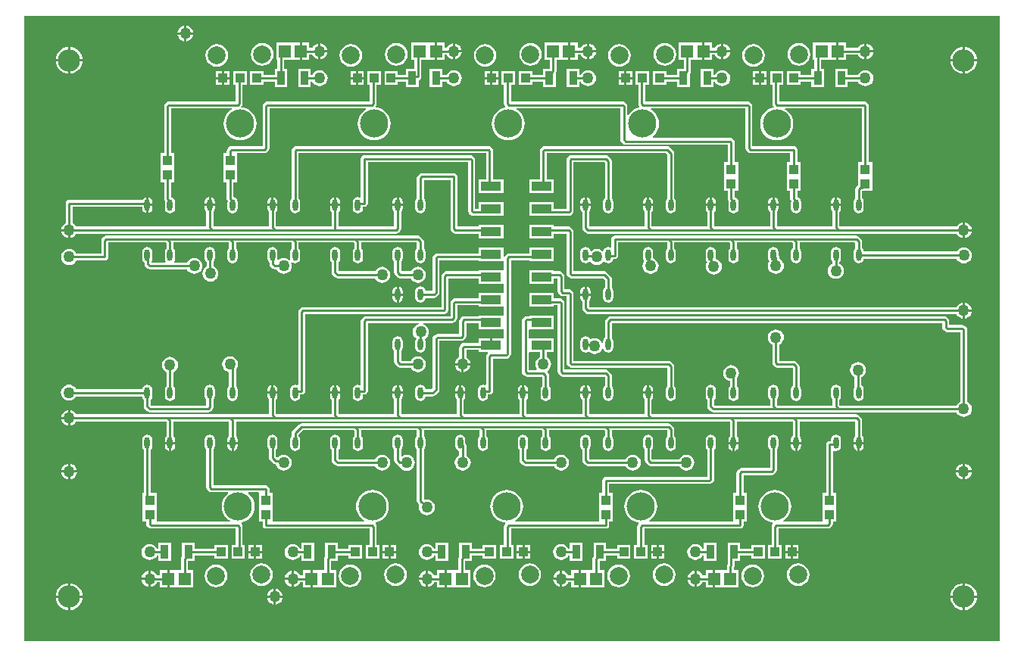
<source format=gtl>
G04*
G04 #@! TF.GenerationSoftware,Altium Limited,Altium Designer,20.2.6 (244)*
G04*
G04 Layer_Physical_Order=1*
G04 Layer_Color=255*
%FSLAX25Y25*%
%MOIN*%
G70*
G04*
G04 #@! TF.SameCoordinates,2EE7C390-26CC-4BF3-962D-CD276D7F8964*
G04*
G04*
G04 #@! TF.FilePolarity,Positive*
G04*
G01*
G75*
%ADD12C,0.01000*%
%ADD13R,0.04182X0.04469*%
%ADD14R,0.03543X0.06102*%
%ADD15R,0.05500X0.05800*%
%ADD16O,0.02362X0.05118*%
%ADD17R,0.08740X0.04016*%
%ADD24R,0.03937X0.03937*%
%ADD25C,0.09843*%
%ADD26C,0.07874*%
%ADD27C,0.12402*%
%ADD28C,0.05000*%
G36*
X547244Y118110D02*
X118110D01*
Y393701D01*
X547244D01*
Y118110D01*
D02*
G37*
%LPC*%
G36*
X189476Y389291D02*
Y386327D01*
X192441D01*
X192386Y386740D01*
X192034Y387592D01*
X191473Y388323D01*
X190742Y388884D01*
X189890Y389237D01*
X189476Y389291D01*
D02*
G37*
G36*
X188476D02*
X188063Y389237D01*
X187211Y388884D01*
X186480Y388323D01*
X185919Y387592D01*
X185566Y386740D01*
X185512Y386327D01*
X188476D01*
Y389291D01*
D02*
G37*
G36*
X192441Y385327D02*
X189476D01*
Y382362D01*
X189890Y382417D01*
X190742Y382769D01*
X191473Y383330D01*
X192034Y384062D01*
X192386Y384913D01*
X192441Y385327D01*
D02*
G37*
G36*
X188476D02*
X185512D01*
X185566Y384913D01*
X185919Y384062D01*
X186480Y383330D01*
X187211Y382769D01*
X188063Y382417D01*
X188476Y382362D01*
Y385327D01*
D02*
G37*
G36*
X488689Y381417D02*
Y378453D01*
X491653D01*
X491599Y378866D01*
X491246Y379718D01*
X490685Y380449D01*
X489954Y381010D01*
X489103Y381363D01*
X488689Y381417D01*
D02*
G37*
G36*
X425697D02*
Y378453D01*
X428661D01*
X428607Y378866D01*
X428254Y379718D01*
X427693Y380449D01*
X426962Y381010D01*
X426111Y381363D01*
X425697Y381417D01*
D02*
G37*
G36*
X366642D02*
Y378453D01*
X369606D01*
X369552Y378866D01*
X369199Y379718D01*
X368638Y380449D01*
X367907Y381010D01*
X367055Y381363D01*
X366642Y381417D01*
D02*
G37*
G36*
X307587D02*
Y378453D01*
X310551D01*
X310496Y378866D01*
X310144Y379718D01*
X309583Y380449D01*
X308852Y381010D01*
X308000Y381363D01*
X307587Y381417D01*
D02*
G37*
G36*
X248532D02*
Y378453D01*
X251496D01*
X251441Y378866D01*
X251089Y379718D01*
X250528Y380449D01*
X249797Y381010D01*
X248945Y381363D01*
X248532Y381417D01*
D02*
G37*
G36*
X531996Y379916D02*
Y374516D01*
X537397D01*
X537332Y375177D01*
X536993Y376293D01*
X536443Y377321D01*
X535703Y378223D01*
X534802Y378963D01*
X533773Y379513D01*
X532657Y379851D01*
X531996Y379916D01*
D02*
G37*
G36*
X530996D02*
X530335Y379851D01*
X529219Y379513D01*
X528191Y378963D01*
X527289Y378223D01*
X526549Y377321D01*
X525999Y376293D01*
X525661Y375177D01*
X525595Y374516D01*
X530996D01*
Y379916D01*
D02*
G37*
G36*
X138295D02*
Y374516D01*
X143696D01*
X143631Y375177D01*
X143292Y376293D01*
X142743Y377321D01*
X142002Y378223D01*
X141101Y378963D01*
X140072Y379513D01*
X138956Y379851D01*
X138295Y379916D01*
D02*
G37*
G36*
X137295D02*
X136635Y379851D01*
X135518Y379513D01*
X134490Y378963D01*
X133588Y378223D01*
X132848Y377321D01*
X132298Y376293D01*
X131960Y375177D01*
X131895Y374516D01*
X137295D01*
Y379916D01*
D02*
G37*
G36*
X491653Y377453D02*
X488689D01*
Y374488D01*
X489103Y374543D01*
X489954Y374896D01*
X490685Y375457D01*
X491246Y376188D01*
X491599Y377039D01*
X491653Y377453D01*
D02*
G37*
G36*
X479737Y381853D02*
X476487D01*
Y377953D01*
Y374053D01*
X479737D01*
Y376423D01*
X485034D01*
X485132Y376188D01*
X485693Y375457D01*
X486424Y374896D01*
X487275Y374543D01*
X487689Y374488D01*
Y377953D01*
Y381417D01*
X487275Y381363D01*
X486424Y381010D01*
X485693Y380449D01*
X485132Y379718D01*
X485034Y379482D01*
X479737D01*
Y381853D01*
D02*
G37*
G36*
X428661Y377453D02*
X425697D01*
Y374488D01*
X426111Y374543D01*
X426962Y374896D01*
X427693Y375457D01*
X428254Y376188D01*
X428607Y377039D01*
X428661Y377453D01*
D02*
G37*
G36*
X420682Y381853D02*
X417432D01*
Y377953D01*
Y374053D01*
X420682D01*
Y376423D01*
X422042D01*
X422140Y376188D01*
X422701Y375457D01*
X423432Y374896D01*
X424283Y374543D01*
X424697Y374488D01*
Y377953D01*
Y381417D01*
X424283Y381363D01*
X423432Y381010D01*
X422701Y380449D01*
X422140Y379718D01*
X422042Y379482D01*
X420682D01*
Y381853D01*
D02*
G37*
G36*
X369606Y377453D02*
X366642D01*
Y374488D01*
X367055Y374543D01*
X367907Y374896D01*
X368638Y375457D01*
X369199Y376188D01*
X369552Y377039D01*
X369606Y377453D01*
D02*
G37*
G36*
X361627Y381853D02*
X358377D01*
Y377953D01*
Y374053D01*
X361627D01*
Y376423D01*
X362987D01*
X363085Y376188D01*
X363646Y375457D01*
X364377Y374896D01*
X365228Y374543D01*
X365642Y374488D01*
Y377953D01*
Y381417D01*
X365228Y381363D01*
X364377Y381010D01*
X363646Y380449D01*
X363085Y379718D01*
X362987Y379482D01*
X361627D01*
Y381853D01*
D02*
G37*
G36*
X310551Y377453D02*
X307587D01*
Y374488D01*
X308000Y374543D01*
X308852Y374896D01*
X309583Y375457D01*
X310144Y376188D01*
X310496Y377039D01*
X310551Y377453D01*
D02*
G37*
G36*
X302963Y381853D02*
X299713D01*
Y377953D01*
Y374053D01*
X302963D01*
Y376423D01*
X303932D01*
X304029Y376188D01*
X304590Y375457D01*
X305322Y374896D01*
X306173Y374543D01*
X306587Y374488D01*
Y377953D01*
Y381417D01*
X306173Y381363D01*
X305322Y381010D01*
X304590Y380449D01*
X304029Y379718D01*
X303932Y379482D01*
X302963D01*
Y381853D01*
D02*
G37*
G36*
X251496Y377453D02*
X248532D01*
Y374488D01*
X248945Y374543D01*
X249797Y374896D01*
X250528Y375457D01*
X251089Y376188D01*
X251441Y377039D01*
X251496Y377453D01*
D02*
G37*
G36*
X243517Y381853D02*
X240267D01*
Y377953D01*
Y374053D01*
X243517D01*
Y376423D01*
X244877D01*
X244974Y376188D01*
X245535Y375457D01*
X246266Y374896D01*
X247118Y374543D01*
X247532Y374488D01*
Y377953D01*
Y381417D01*
X247118Y381363D01*
X246266Y381010D01*
X245535Y380449D01*
X244974Y379718D01*
X244877Y379482D01*
X243517D01*
Y381853D01*
D02*
G37*
G36*
X458976Y381653D02*
X457688Y381483D01*
X456487Y380986D01*
X455455Y380194D01*
X454664Y379163D01*
X454166Y377962D01*
X453997Y376673D01*
X454166Y375384D01*
X454664Y374183D01*
X455455Y373152D01*
X456487Y372361D01*
X457688Y371863D01*
X458976Y371694D01*
X460265Y371863D01*
X461466Y372361D01*
X462498Y373152D01*
X463289Y374183D01*
X463786Y375384D01*
X463956Y376673D01*
X463786Y377962D01*
X463289Y379163D01*
X462498Y380194D01*
X461466Y380986D01*
X460265Y381483D01*
X458976Y381653D01*
D02*
G37*
G36*
X399921D02*
X398632Y381483D01*
X397431Y380986D01*
X396400Y380194D01*
X395609Y379163D01*
X395111Y377962D01*
X394942Y376673D01*
X395111Y375384D01*
X395609Y374183D01*
X396400Y373152D01*
X397431Y372361D01*
X398632Y371863D01*
X399921Y371694D01*
X401210Y371863D01*
X402411Y372361D01*
X403442Y373152D01*
X404234Y374183D01*
X404731Y375384D01*
X404901Y376673D01*
X404731Y377962D01*
X404234Y379163D01*
X403442Y380194D01*
X402411Y380986D01*
X401210Y381483D01*
X399921Y381653D01*
D02*
G37*
G36*
X340866D02*
X339577Y381483D01*
X338376Y380986D01*
X337345Y380194D01*
X336554Y379163D01*
X336056Y377962D01*
X335887Y376673D01*
X336056Y375384D01*
X336554Y374183D01*
X337345Y373152D01*
X338376Y372361D01*
X339577Y371863D01*
X340866Y371694D01*
X342155Y371863D01*
X343356Y372361D01*
X344387Y373152D01*
X345179Y374183D01*
X345676Y375384D01*
X345846Y376673D01*
X345676Y377962D01*
X345179Y379163D01*
X344387Y380194D01*
X343356Y380986D01*
X342155Y381483D01*
X340866Y381653D01*
D02*
G37*
G36*
X281811D02*
X280522Y381483D01*
X279321Y380986D01*
X278290Y380194D01*
X277499Y379163D01*
X277001Y377962D01*
X276831Y376673D01*
X277001Y375384D01*
X277499Y374183D01*
X278290Y373152D01*
X279321Y372361D01*
X280522Y371863D01*
X281811Y371694D01*
X283100Y371863D01*
X284301Y372361D01*
X285332Y373152D01*
X286123Y374183D01*
X286621Y375384D01*
X286791Y376673D01*
X286621Y377962D01*
X286123Y379163D01*
X285332Y380194D01*
X284301Y380986D01*
X283100Y381483D01*
X281811Y381653D01*
D02*
G37*
G36*
X222756D02*
X221467Y381483D01*
X220266Y380986D01*
X219235Y380194D01*
X218443Y379163D01*
X217946Y377962D01*
X217776Y376673D01*
X217946Y375384D01*
X218443Y374183D01*
X219235Y373152D01*
X220266Y372361D01*
X221467Y371863D01*
X222756Y371694D01*
X224045Y371863D01*
X225246Y372361D01*
X226277Y373152D01*
X227068Y374183D01*
X227566Y375384D01*
X227735Y376673D01*
X227566Y377962D01*
X227068Y379163D01*
X226277Y380194D01*
X225246Y380986D01*
X224045Y381483D01*
X222756Y381653D01*
D02*
G37*
G36*
X438976Y381121D02*
X437688Y380952D01*
X436487Y380454D01*
X435455Y379663D01*
X434664Y378631D01*
X434166Y377431D01*
X433997Y376142D01*
X434166Y374853D01*
X434664Y373652D01*
X435455Y372621D01*
X436487Y371829D01*
X437688Y371332D01*
X438976Y371162D01*
X440265Y371332D01*
X441466Y371829D01*
X442497Y372621D01*
X443289Y373652D01*
X443786Y374853D01*
X443956Y376142D01*
X443786Y377431D01*
X443289Y378631D01*
X442497Y379663D01*
X441466Y380454D01*
X440265Y380952D01*
X438976Y381121D01*
D02*
G37*
G36*
X379921D02*
X378632Y380952D01*
X377431Y380454D01*
X376400Y379663D01*
X375609Y378631D01*
X375111Y377431D01*
X374942Y376142D01*
X375111Y374853D01*
X375609Y373652D01*
X376400Y372621D01*
X377431Y371829D01*
X378632Y371332D01*
X379921Y371162D01*
X381210Y371332D01*
X382411Y371829D01*
X383442Y372621D01*
X384234Y373652D01*
X384731Y374853D01*
X384901Y376142D01*
X384731Y377431D01*
X384234Y378631D01*
X383442Y379663D01*
X382411Y380454D01*
X381210Y380952D01*
X379921Y381121D01*
D02*
G37*
G36*
X320866D02*
X319577Y380952D01*
X318376Y380454D01*
X317345Y379663D01*
X316554Y378631D01*
X316056Y377431D01*
X315886Y376142D01*
X316056Y374853D01*
X316554Y373652D01*
X317345Y372621D01*
X318376Y371829D01*
X319577Y371332D01*
X320866Y371162D01*
X322155Y371332D01*
X323356Y371829D01*
X324387Y372621D01*
X325179Y373652D01*
X325676Y374853D01*
X325846Y376142D01*
X325676Y377431D01*
X325179Y378631D01*
X324387Y379663D01*
X323356Y380454D01*
X322155Y380952D01*
X320866Y381121D01*
D02*
G37*
G36*
X261811D02*
X260522Y380952D01*
X259321Y380454D01*
X258290Y379663D01*
X257499Y378631D01*
X257001Y377431D01*
X256831Y376142D01*
X257001Y374853D01*
X257499Y373652D01*
X258290Y372621D01*
X259321Y371829D01*
X260522Y371332D01*
X261811Y371162D01*
X263100Y371332D01*
X264301Y371829D01*
X265332Y372621D01*
X266124Y373652D01*
X266621Y374853D01*
X266791Y376142D01*
X266621Y377431D01*
X266124Y378631D01*
X265332Y379663D01*
X264301Y380454D01*
X263100Y380952D01*
X261811Y381121D01*
D02*
G37*
G36*
X202756D02*
X201467Y380952D01*
X200266Y380454D01*
X199235Y379663D01*
X198443Y378631D01*
X197946Y377431D01*
X197776Y376142D01*
X197946Y374853D01*
X198443Y373652D01*
X199235Y372621D01*
X200266Y371829D01*
X201467Y371332D01*
X202756Y371162D01*
X204045Y371332D01*
X205246Y371829D01*
X206277Y372621D01*
X207068Y373652D01*
X207566Y374853D01*
X207735Y376142D01*
X207566Y377431D01*
X207068Y378631D01*
X206277Y379663D01*
X205246Y380454D01*
X204045Y380952D01*
X202756Y381121D01*
D02*
G37*
G36*
X537397Y373516D02*
X531996D01*
Y368115D01*
X532657Y368180D01*
X533773Y368519D01*
X534802Y369069D01*
X535703Y369809D01*
X536443Y370710D01*
X536993Y371739D01*
X537332Y372855D01*
X537397Y373516D01*
D02*
G37*
G36*
X530996D02*
X525595D01*
X525661Y372855D01*
X525999Y371739D01*
X526549Y370710D01*
X527289Y369809D01*
X528191Y369069D01*
X529219Y368519D01*
X530335Y368180D01*
X530996Y368115D01*
Y373516D01*
D02*
G37*
G36*
X143696D02*
X138295D01*
Y368115D01*
X138956Y368180D01*
X140072Y368519D01*
X141101Y369069D01*
X142002Y369809D01*
X142743Y370710D01*
X143292Y371739D01*
X143631Y372855D01*
X143696Y373516D01*
D02*
G37*
G36*
X137295D02*
X131895D01*
X131960Y372855D01*
X132298Y371739D01*
X132848Y370710D01*
X133588Y369809D01*
X134490Y369069D01*
X135518Y368519D01*
X136635Y368180D01*
X137295Y368115D01*
Y373516D01*
D02*
G37*
G36*
X475487Y381853D02*
X465144D01*
Y374053D01*
X465695D01*
Y370193D01*
X464453D01*
Y367671D01*
X459661D01*
Y369110D01*
X453724D01*
Y363173D01*
X459661D01*
Y364612D01*
X464453D01*
Y362090D01*
X469996D01*
Y370193D01*
X468754D01*
Y374053D01*
X475487D01*
Y377953D01*
Y381853D01*
D02*
G37*
G36*
X416432D02*
X406089D01*
Y374053D01*
X408310D01*
Y370193D01*
X405398D01*
Y367671D01*
X400606D01*
Y369110D01*
X394669D01*
Y363173D01*
X400606D01*
Y364612D01*
X405398D01*
Y362090D01*
X410941D01*
Y368040D01*
X411252Y368506D01*
X411369Y369091D01*
Y374053D01*
X416432D01*
Y377953D01*
Y381853D01*
D02*
G37*
G36*
X357377D02*
X347034D01*
Y374053D01*
X349255D01*
Y370193D01*
X346342D01*
Y367671D01*
X341551D01*
Y369110D01*
X335614D01*
Y363173D01*
X341551D01*
Y364612D01*
X346342D01*
Y362090D01*
X351886D01*
Y368040D01*
X352197Y368506D01*
X352314Y369091D01*
Y374053D01*
X357377D01*
Y377953D01*
Y381853D01*
D02*
G37*
G36*
X298713D02*
X288370D01*
Y374053D01*
X289809D01*
Y370193D01*
X286008D01*
Y367671D01*
X282496D01*
Y369110D01*
X276559D01*
Y363173D01*
X282496D01*
Y364612D01*
X286008D01*
Y362090D01*
X291551D01*
Y365240D01*
X291924Y365315D01*
X292420Y365646D01*
X292752Y366142D01*
X292868Y366727D01*
Y374053D01*
X298713D01*
Y377953D01*
Y381853D01*
D02*
G37*
G36*
X239267D02*
X228924D01*
Y374053D01*
X229474D01*
Y370193D01*
X228232D01*
Y367671D01*
X223441D01*
Y369110D01*
X217504D01*
Y363173D01*
X223441D01*
Y364612D01*
X228232D01*
Y362090D01*
X233776D01*
Y370193D01*
X232533D01*
Y374053D01*
X239267D01*
Y377953D01*
Y381853D01*
D02*
G37*
G36*
X444701Y369110D02*
X442232D01*
Y366642D01*
X444701D01*
Y369110D01*
D02*
G37*
G36*
X326590D02*
X324122D01*
Y366642D01*
X326590D01*
Y369110D01*
D02*
G37*
G36*
X267535D02*
X265067D01*
Y366642D01*
X267535D01*
Y369110D01*
D02*
G37*
G36*
X208480D02*
X206012D01*
Y366642D01*
X208480D01*
Y369110D01*
D02*
G37*
G36*
X385646D02*
X383177D01*
Y366642D01*
X385646D01*
Y369110D01*
D02*
G37*
G36*
X441232D02*
X438764D01*
Y366642D01*
X441232D01*
Y369110D01*
D02*
G37*
G36*
X382177D02*
X379709D01*
Y366642D01*
X382177D01*
Y369110D01*
D02*
G37*
G36*
X323122D02*
X320654D01*
Y366642D01*
X323122D01*
Y369110D01*
D02*
G37*
G36*
X264067D02*
X261598D01*
Y366642D01*
X264067D01*
Y369110D01*
D02*
G37*
G36*
X205012D02*
X202543D01*
Y366642D01*
X205012D01*
Y369110D01*
D02*
G37*
G36*
X444701Y365642D02*
X442232D01*
Y363173D01*
X444701D01*
Y365642D01*
D02*
G37*
G36*
X441232D02*
X438764D01*
Y363173D01*
X441232D01*
Y365642D01*
D02*
G37*
G36*
X385646D02*
X383177D01*
Y363173D01*
X385646D01*
Y365642D01*
D02*
G37*
G36*
X382177D02*
X379709D01*
Y363173D01*
X382177D01*
Y365642D01*
D02*
G37*
G36*
X326590D02*
X324122D01*
Y363173D01*
X326590D01*
Y365642D01*
D02*
G37*
G36*
X323122D02*
X320654D01*
Y363173D01*
X323122D01*
Y365642D01*
D02*
G37*
G36*
X267535D02*
X265067D01*
Y363173D01*
X267535D01*
Y365642D01*
D02*
G37*
G36*
X264067D02*
X261598D01*
Y363173D01*
X264067D01*
Y365642D01*
D02*
G37*
G36*
X208480D02*
X206012D01*
Y363173D01*
X208480D01*
Y365642D01*
D02*
G37*
G36*
X205012D02*
X202543D01*
Y363173D01*
X205012D01*
Y365642D01*
D02*
G37*
G36*
X480429Y370193D02*
X474886D01*
Y362090D01*
X480429D01*
Y364612D01*
X485034D01*
X485132Y364377D01*
X485693Y363646D01*
X486424Y363085D01*
X487275Y362732D01*
X488189Y362612D01*
X489103Y362732D01*
X489954Y363085D01*
X490685Y363646D01*
X491246Y364377D01*
X491599Y365228D01*
X491719Y366142D01*
X491599Y367055D01*
X491246Y367907D01*
X490685Y368638D01*
X489954Y369199D01*
X489103Y369552D01*
X488189Y369672D01*
X487275Y369552D01*
X486424Y369199D01*
X485693Y368638D01*
X485132Y367907D01*
X485034Y367671D01*
X480429D01*
Y370193D01*
D02*
G37*
G36*
X421374D02*
X415831D01*
Y362090D01*
X421374D01*
Y364612D01*
X422042D01*
X422140Y364377D01*
X422701Y363646D01*
X423432Y363085D01*
X424283Y362732D01*
X425197Y362612D01*
X426111Y362732D01*
X426962Y363085D01*
X427693Y363646D01*
X428254Y364377D01*
X428607Y365228D01*
X428727Y366142D01*
X428607Y367055D01*
X428254Y367907D01*
X427693Y368638D01*
X426962Y369199D01*
X426111Y369552D01*
X425197Y369672D01*
X424283Y369552D01*
X423432Y369199D01*
X422701Y368638D01*
X422140Y367907D01*
X422042Y367671D01*
X421374D01*
Y370193D01*
D02*
G37*
G36*
X362319D02*
X356776D01*
Y362090D01*
X362319D01*
Y364612D01*
X362987D01*
X363085Y364377D01*
X363646Y363646D01*
X364377Y363085D01*
X365228Y362732D01*
X366142Y362612D01*
X367055Y362732D01*
X367907Y363085D01*
X368638Y363646D01*
X369199Y364377D01*
X369552Y365228D01*
X369672Y366142D01*
X369552Y367055D01*
X369199Y367907D01*
X368638Y368638D01*
X367907Y369199D01*
X367055Y369552D01*
X366142Y369672D01*
X365228Y369552D01*
X364377Y369199D01*
X363646Y368638D01*
X363085Y367907D01*
X362987Y367671D01*
X362319D01*
Y370193D01*
D02*
G37*
G36*
X301984D02*
X296441D01*
Y362090D01*
X301984D01*
Y364612D01*
X303932D01*
X304029Y364377D01*
X304590Y363646D01*
X305322Y363085D01*
X306173Y362732D01*
X307087Y362612D01*
X308000Y362732D01*
X308852Y363085D01*
X309583Y363646D01*
X310144Y364377D01*
X310496Y365228D01*
X310617Y366142D01*
X310496Y367055D01*
X310144Y367907D01*
X309583Y368638D01*
X308852Y369199D01*
X308000Y369552D01*
X307087Y369672D01*
X306173Y369552D01*
X305322Y369199D01*
X304590Y368638D01*
X304029Y367907D01*
X303932Y367671D01*
X301984D01*
Y370193D01*
D02*
G37*
G36*
X244209D02*
X238665D01*
Y362090D01*
X244209D01*
Y364612D01*
X244877D01*
X244974Y364377D01*
X245535Y363646D01*
X246266Y363085D01*
X247118Y362732D01*
X248031Y362612D01*
X248945Y362732D01*
X249797Y363085D01*
X250528Y363646D01*
X251089Y364377D01*
X251441Y365228D01*
X251562Y366142D01*
X251441Y367055D01*
X251089Y367907D01*
X250528Y368638D01*
X249797Y369199D01*
X248945Y369552D01*
X248031Y369672D01*
X247118Y369552D01*
X246266Y369199D01*
X245535Y368638D01*
X244974Y367907D01*
X244877Y367671D01*
X244209D01*
Y370193D01*
D02*
G37*
G36*
X393126Y369110D02*
X387189D01*
Y363173D01*
X388234D01*
Y354917D01*
X388351Y354331D01*
X388682Y353835D01*
X388846Y353672D01*
X388785Y353360D01*
X388673Y353137D01*
X387388Y352748D01*
X386138Y352079D01*
X385041Y351179D01*
X384141Y350083D01*
X383919Y349667D01*
X383419Y349793D01*
Y353745D01*
X383303Y354330D01*
X382971Y354826D01*
X382385Y355412D01*
X381889Y355744D01*
X381304Y355860D01*
X332238D01*
Y363173D01*
X334071D01*
Y369110D01*
X328134D01*
Y363173D01*
X329179D01*
Y354917D01*
X329296Y354331D01*
X329627Y353835D01*
X329790Y353672D01*
X329730Y353360D01*
X329618Y353137D01*
X328333Y352748D01*
X327082Y352079D01*
X325986Y351179D01*
X325086Y350083D01*
X324417Y348832D01*
X324006Y347475D01*
X323867Y346063D01*
X324006Y344651D01*
X324417Y343294D01*
X325086Y342043D01*
X325986Y340947D01*
X327082Y340047D01*
X328333Y339378D01*
X329691Y338966D01*
X331102Y338827D01*
X332514Y338966D01*
X333871Y339378D01*
X335122Y340047D01*
X336219Y340947D01*
X337119Y342043D01*
X337787Y343294D01*
X338199Y344651D01*
X338338Y346063D01*
X338199Y347475D01*
X337787Y348832D01*
X337119Y350083D01*
X336219Y351179D01*
X335122Y352079D01*
X334707Y352301D01*
X334832Y352801D01*
X380360D01*
Y339169D01*
X380477Y338583D01*
X380808Y338087D01*
X381615Y337281D01*
X382111Y336949D01*
X382696Y336833D01*
X427604D01*
Y329279D01*
X426043D01*
Y322811D01*
Y316390D01*
X427604D01*
Y313046D01*
X427721Y312460D01*
X428045Y311976D01*
X427973Y311614D01*
Y308858D01*
X428142Y308007D01*
X428624Y307286D01*
X429346Y306804D01*
X430197Y306634D01*
X431048Y306804D01*
X431769Y307286D01*
X432251Y308007D01*
X432421Y308858D01*
Y311614D01*
X432251Y312465D01*
X431769Y313187D01*
X431048Y313669D01*
X430663Y313745D01*
Y316390D01*
X432225D01*
Y322811D01*
Y329279D01*
X430663D01*
Y337776D01*
X430547Y338362D01*
X430215Y338858D01*
X429630Y339444D01*
X429133Y339775D01*
X428548Y339892D01*
X394776D01*
X394598Y340392D01*
X395274Y340947D01*
X396174Y342043D01*
X396842Y343294D01*
X397254Y344651D01*
X397393Y346063D01*
X397254Y347475D01*
X396842Y348832D01*
X396174Y350083D01*
X395274Y351179D01*
X394177Y352079D01*
X393762Y352301D01*
X393887Y352801D01*
X435478D01*
Y335231D01*
X435595Y334646D01*
X435926Y334150D01*
X436512Y333564D01*
X437008Y333233D01*
X437594Y333116D01*
X455163D01*
Y329279D01*
X453602D01*
Y322811D01*
Y316390D01*
X455163D01*
Y313046D01*
X455280Y312460D01*
X455604Y311976D01*
X455532Y311614D01*
Y308858D01*
X455701Y308007D01*
X456183Y307286D01*
X456905Y306804D01*
X457756Y306634D01*
X458607Y306804D01*
X459328Y307286D01*
X459810Y308007D01*
X459980Y308858D01*
Y311614D01*
X459810Y312465D01*
X459328Y313187D01*
X458607Y313669D01*
X458222Y313745D01*
Y316390D01*
X459784D01*
Y322811D01*
Y329279D01*
X458222D01*
Y334646D01*
X458106Y335231D01*
X457774Y335727D01*
X457278Y336059D01*
X456693Y336175D01*
X438537D01*
Y353745D01*
X438421Y354330D01*
X438089Y354826D01*
X437503Y355412D01*
X437007Y355744D01*
X436422Y355860D01*
X391293D01*
Y363173D01*
X393126D01*
Y369110D01*
D02*
G37*
G36*
X275016D02*
X269079D01*
Y363173D01*
X270124D01*
Y355860D01*
X224995D01*
X224410Y355744D01*
X223914Y355412D01*
X223328Y354826D01*
X222996Y354330D01*
X222880Y353745D01*
Y336175D01*
X209247D01*
X208662Y336059D01*
X208166Y335727D01*
X207580Y335141D01*
X207248Y334645D01*
X207132Y334060D01*
Y333216D01*
X205571D01*
Y326747D01*
Y320327D01*
X207132D01*
Y313046D01*
X207248Y312460D01*
X207573Y311976D01*
X207501Y311614D01*
Y308858D01*
X207670Y308007D01*
X208152Y307286D01*
X208873Y306804D01*
X209724Y306634D01*
X210575Y306804D01*
X211297Y307286D01*
X211779Y308007D01*
X211948Y308858D01*
Y311614D01*
X211779Y312465D01*
X211297Y313187D01*
X210575Y313669D01*
X210191Y313745D01*
Y320327D01*
X211752D01*
Y326747D01*
Y333116D01*
X223824D01*
X224409Y333233D01*
X224905Y333564D01*
X225491Y334150D01*
X225822Y334646D01*
X225939Y335231D01*
Y352801D01*
X268318D01*
X268443Y352301D01*
X268027Y352079D01*
X266931Y351179D01*
X266031Y350083D01*
X265362Y348832D01*
X264951Y347475D01*
X264812Y346063D01*
X264951Y344651D01*
X265362Y343294D01*
X266031Y342043D01*
X266931Y340947D01*
X268027Y340047D01*
X269278Y339378D01*
X270636Y338966D01*
X272047Y338827D01*
X273459Y338966D01*
X274816Y339378D01*
X276067Y340047D01*
X277164Y340947D01*
X278063Y342043D01*
X278732Y343294D01*
X279144Y344651D01*
X279283Y346063D01*
X279144Y347475D01*
X278732Y348832D01*
X278063Y350083D01*
X277164Y351179D01*
X276067Y352079D01*
X274816Y352748D01*
X273459Y353160D01*
X272767Y353228D01*
X272598Y353698D01*
X272735Y353835D01*
X273066Y354331D01*
X273183Y354917D01*
Y363173D01*
X275016D01*
Y369110D01*
D02*
G37*
G36*
X215961D02*
X210024D01*
Y363173D01*
X211069D01*
Y355860D01*
X181688D01*
X181103Y355744D01*
X180607Y355412D01*
X180021Y354826D01*
X179689Y354330D01*
X179573Y353745D01*
Y333216D01*
X178012D01*
Y326747D01*
Y320327D01*
X179573D01*
Y313046D01*
X179689Y312460D01*
X180013Y311976D01*
X179941Y311614D01*
Y308858D01*
X180111Y308007D01*
X180593Y307286D01*
X181314Y306804D01*
X182165Y306634D01*
X183016Y306804D01*
X183738Y307286D01*
X184220Y308007D01*
X184389Y308858D01*
Y311614D01*
X184220Y312465D01*
X183738Y313187D01*
X183016Y313669D01*
X182632Y313745D01*
Y320327D01*
X184193D01*
Y326747D01*
Y333216D01*
X182632D01*
Y352801D01*
X209263D01*
X209388Y352301D01*
X208972Y352079D01*
X207876Y351179D01*
X206976Y350083D01*
X206307Y348832D01*
X205895Y347475D01*
X205756Y346063D01*
X205895Y344651D01*
X206307Y343294D01*
X206976Y342043D01*
X207876Y340947D01*
X208972Y340047D01*
X210223Y339378D01*
X211580Y338966D01*
X212992Y338827D01*
X214404Y338966D01*
X215761Y339378D01*
X217012Y340047D01*
X218109Y340947D01*
X219008Y342043D01*
X219677Y343294D01*
X220089Y344651D01*
X220228Y346063D01*
X220089Y347475D01*
X219677Y348832D01*
X219008Y350083D01*
X218109Y351179D01*
X217012Y352079D01*
X215761Y352748D01*
X214404Y353160D01*
X213712Y353228D01*
X213543Y353698D01*
X213680Y353835D01*
X214011Y354331D01*
X214128Y354917D01*
Y363173D01*
X215961D01*
Y369110D01*
D02*
G37*
G36*
X322249Y336175D02*
X237869D01*
X237284Y336059D01*
X236788Y335727D01*
X236202Y335141D01*
X235871Y334645D01*
X235754Y334060D01*
Y313215D01*
X235711Y313187D01*
X235229Y312465D01*
X235060Y311614D01*
Y308858D01*
X235229Y308007D01*
X235711Y307286D01*
X236432Y306804D01*
X237283Y306634D01*
X238135Y306804D01*
X238856Y307286D01*
X239338Y308007D01*
X239507Y308858D01*
Y311614D01*
X239338Y312465D01*
X238856Y313187D01*
X238813Y313215D01*
Y333116D01*
X321305D01*
Y321472D01*
X318154D01*
Y315457D01*
X328894D01*
Y321472D01*
X324364D01*
Y334060D01*
X324248Y334645D01*
X323916Y335141D01*
X323330Y335727D01*
X322834Y336059D01*
X322249Y336175D01*
D02*
G37*
G36*
X448256Y313738D02*
Y310736D01*
X449980D01*
Y311614D01*
X449811Y312465D01*
X449328Y313187D01*
X448607Y313669D01*
X448256Y313738D01*
D02*
G37*
G36*
X172665D02*
Y310736D01*
X174389D01*
Y311614D01*
X174220Y312465D01*
X173738Y313187D01*
X173016Y313669D01*
X172665Y313738D01*
D02*
G37*
G36*
X447256D02*
X446905Y313669D01*
X446183Y313187D01*
X445701Y312465D01*
X445532Y311614D01*
Y310736D01*
X447256D01*
Y313738D01*
D02*
G37*
G36*
X475815D02*
Y310736D01*
X477539D01*
Y311614D01*
X477369Y312465D01*
X476887Y313187D01*
X476166Y313669D01*
X475815Y313738D01*
D02*
G37*
G36*
X393138D02*
Y310736D01*
X394862D01*
Y311614D01*
X394692Y312465D01*
X394210Y313187D01*
X393489Y313669D01*
X393138Y313738D01*
D02*
G37*
G36*
X255343D02*
Y310736D01*
X257066D01*
Y311614D01*
X256897Y312465D01*
X256415Y313187D01*
X255694Y313669D01*
X255343Y313738D01*
D02*
G37*
G36*
X227783D02*
Y310736D01*
X229507D01*
Y311614D01*
X229338Y312465D01*
X228856Y313187D01*
X228134Y313669D01*
X227783Y313738D01*
D02*
G37*
G36*
X474815D02*
X474464Y313669D01*
X473742Y313187D01*
X473260Y312465D01*
X473091Y311614D01*
Y310736D01*
X474815D01*
Y313738D01*
D02*
G37*
G36*
X392138D02*
X391787Y313669D01*
X391065Y313187D01*
X390583Y312465D01*
X390414Y311614D01*
Y310736D01*
X392138D01*
Y313738D01*
D02*
G37*
G36*
X254343D02*
X253992Y313669D01*
X253270Y313187D01*
X252788Y312465D01*
X252619Y311614D01*
Y310736D01*
X254343D01*
Y313738D01*
D02*
G37*
G36*
X226783D02*
X226432Y313669D01*
X225711Y313187D01*
X225229Y312465D01*
X225060Y311614D01*
Y310736D01*
X226783D01*
Y313738D01*
D02*
G37*
G36*
X420697D02*
Y310736D01*
X422421D01*
Y311614D01*
X422251Y312465D01*
X421769Y313187D01*
X421048Y313669D01*
X420697Y313738D01*
D02*
G37*
G36*
X282902D02*
Y310736D01*
X284625D01*
Y311614D01*
X284456Y312465D01*
X283974Y313187D01*
X283253Y313669D01*
X282902Y313738D01*
D02*
G37*
G36*
X200224D02*
Y310736D01*
X201948D01*
Y311614D01*
X201779Y312465D01*
X201297Y313187D01*
X200575Y313669D01*
X200224Y313738D01*
D02*
G37*
G36*
X419697D02*
X419346Y313669D01*
X418624Y313187D01*
X418142Y312465D01*
X417973Y311614D01*
Y310736D01*
X419697D01*
Y313738D01*
D02*
G37*
G36*
X281902D02*
X281551Y313669D01*
X280829Y313187D01*
X280347Y312465D01*
X280178Y311614D01*
Y310736D01*
X281902D01*
Y313738D01*
D02*
G37*
G36*
X199224D02*
X198873Y313669D01*
X198152Y313187D01*
X197670Y312465D01*
X197501Y311614D01*
Y310736D01*
X199224D01*
Y313738D01*
D02*
G37*
G36*
X365579Y313738D02*
Y310736D01*
X367303D01*
Y311614D01*
X367133Y312465D01*
X366651Y313187D01*
X365930Y313669D01*
X365579Y313738D01*
D02*
G37*
G36*
X364579Y313738D02*
X364228Y313669D01*
X363506Y313187D01*
X363024Y312465D01*
X362855Y311614D01*
Y310736D01*
X364579D01*
Y313738D01*
D02*
G37*
G36*
X174389Y309736D02*
X172665D01*
Y306734D01*
X173016Y306804D01*
X173738Y307286D01*
X174220Y308007D01*
X174389Y308858D01*
Y309736D01*
D02*
G37*
G36*
X452181Y369110D02*
X446244D01*
Y363173D01*
X447290D01*
Y354917D01*
X447406Y354331D01*
X447738Y353835D01*
X447901Y353672D01*
X447840Y353360D01*
X447728Y353137D01*
X446444Y352748D01*
X445193Y352079D01*
X444096Y351179D01*
X443196Y350083D01*
X442528Y348832D01*
X442116Y347475D01*
X441977Y346063D01*
X442116Y344651D01*
X442528Y343294D01*
X443196Y342043D01*
X444096Y340947D01*
X445193Y340047D01*
X446444Y339378D01*
X447801Y338966D01*
X449213Y338827D01*
X450624Y338966D01*
X451981Y339378D01*
X453232Y340047D01*
X454329Y340947D01*
X455229Y342043D01*
X455897Y343294D01*
X456309Y344651D01*
X456448Y346063D01*
X456309Y347475D01*
X455897Y348832D01*
X455229Y350083D01*
X454329Y351179D01*
X453232Y352079D01*
X452817Y352301D01*
X452942Y352801D01*
X486660D01*
Y329279D01*
X485098D01*
Y322811D01*
Y319158D01*
X484819Y318971D01*
X484234Y318386D01*
X483902Y317890D01*
X483786Y317304D01*
Y313215D01*
X483743Y313187D01*
X483260Y312465D01*
X483091Y311614D01*
Y308858D01*
X483260Y308007D01*
X483743Y307286D01*
X484464Y306804D01*
X485315Y306634D01*
X486166Y306804D01*
X486887Y307286D01*
X487369Y308007D01*
X487539Y308858D01*
Y311614D01*
X487369Y312465D01*
X486887Y313187D01*
X486844Y313215D01*
Y316390D01*
X491280D01*
Y322811D01*
Y329279D01*
X489718D01*
Y353745D01*
X489602Y354330D01*
X489270Y354826D01*
X488685Y355412D01*
X488189Y355744D01*
X487603Y355860D01*
X450348D01*
Y363173D01*
X452181D01*
Y369110D01*
D02*
G37*
G36*
X400989Y336175D02*
X347042D01*
X346457Y336059D01*
X345961Y335727D01*
X345375Y335141D01*
X345044Y334645D01*
X344927Y334060D01*
Y321472D01*
X340398D01*
Y315457D01*
X351138D01*
Y321472D01*
X347986D01*
Y333116D01*
X400355D01*
X401108Y332363D01*
Y313215D01*
X401065Y313187D01*
X400583Y312465D01*
X400414Y311614D01*
Y308858D01*
X400583Y308007D01*
X401065Y307286D01*
X401787Y306804D01*
X402638Y306634D01*
X403489Y306804D01*
X404210Y307286D01*
X404692Y308007D01*
X404862Y308858D01*
Y311614D01*
X404692Y312465D01*
X404210Y313187D01*
X404167Y313215D01*
Y332997D01*
X404051Y333582D01*
X403719Y334078D01*
X402070Y335727D01*
X401574Y336059D01*
X400989Y336175D01*
D02*
G37*
G36*
X374016Y332238D02*
X358854D01*
X358268Y332122D01*
X357772Y331790D01*
X357186Y331204D01*
X356855Y330708D01*
X356738Y330123D01*
Y308616D01*
X351138D01*
Y311472D01*
X340398D01*
Y305457D01*
X351138D01*
Y305557D01*
X357682D01*
X358267Y305674D01*
X358763Y306005D01*
X359349Y306591D01*
X359681Y307087D01*
X359797Y307672D01*
Y329179D01*
X373382D01*
X373549Y329012D01*
Y313215D01*
X373506Y313187D01*
X373024Y312465D01*
X372855Y311614D01*
Y308858D01*
X373024Y308007D01*
X373506Y307286D01*
X374228Y306804D01*
X375079Y306634D01*
X375930Y306804D01*
X376651Y307286D01*
X377133Y308007D01*
X377303Y308858D01*
Y311614D01*
X377133Y312465D01*
X376651Y313187D01*
X376608Y313215D01*
Y329646D01*
X376492Y330231D01*
X376160Y330727D01*
X375097Y331790D01*
X374601Y332122D01*
X374016Y332238D01*
D02*
G37*
G36*
X314375D02*
X267717D01*
X267131Y332122D01*
X266635Y331790D01*
X266304Y331294D01*
X266187Y330709D01*
Y313869D01*
X265746Y313633D01*
X265693Y313669D01*
X264843Y313838D01*
X263991Y313669D01*
X263270Y313187D01*
X262788Y312465D01*
X262619Y311614D01*
Y308858D01*
X262788Y308007D01*
X263270Y307286D01*
X263991Y306804D01*
X264843Y306634D01*
X265693Y306804D01*
X266415Y307286D01*
X266897Y308007D01*
X267066Y308858D01*
Y309494D01*
X267717D01*
X268302Y309611D01*
X268798Y309942D01*
X269129Y310438D01*
X269246Y311024D01*
Y329179D01*
X313431D01*
Y307672D01*
X313548Y307087D01*
X313879Y306591D01*
X314465Y306005D01*
X314961Y305674D01*
X315546Y305557D01*
X318154D01*
Y305457D01*
X328894D01*
Y311472D01*
X318154D01*
Y308616D01*
X316490D01*
Y330123D01*
X316374Y330708D01*
X316042Y331204D01*
X315456Y331790D01*
X314960Y332122D01*
X314375Y332238D01*
D02*
G37*
G36*
X449980Y309736D02*
X447756D01*
X445532D01*
Y308858D01*
X445701Y308007D01*
X446183Y307286D01*
X446227Y307257D01*
Y300742D01*
X421893D01*
X421726Y300909D01*
Y307257D01*
X421769Y307286D01*
X422251Y308007D01*
X422421Y308858D01*
Y309736D01*
X420197D01*
X417973D01*
Y308858D01*
X418142Y308007D01*
X418624Y307286D01*
X418668Y307257D01*
Y300742D01*
X394334D01*
X394167Y300909D01*
Y307257D01*
X394210Y307286D01*
X394692Y308007D01*
X394862Y308858D01*
Y309736D01*
X392638D01*
X390414D01*
Y308858D01*
X390583Y308007D01*
X391065Y307286D01*
X391108Y307257D01*
Y300742D01*
X366775D01*
X366608Y300909D01*
Y307257D01*
X366651Y307286D01*
X367133Y308007D01*
X367303Y308858D01*
Y309736D01*
X365079D01*
X362855D01*
Y308858D01*
X363024Y308007D01*
X363506Y307286D01*
X363549Y307257D01*
Y300276D01*
X363666Y299690D01*
X363997Y299194D01*
X365060Y298131D01*
X365556Y297800D01*
X366142Y297683D01*
X528341D01*
X528439Y297447D01*
X529000Y296716D01*
X529731Y296155D01*
X530582Y295803D01*
X530996Y295748D01*
Y299213D01*
Y302677D01*
X530582Y302623D01*
X529731Y302270D01*
X529000Y301709D01*
X528439Y300978D01*
X528341Y300742D01*
X477011D01*
X476844Y300909D01*
Y307257D01*
X476887Y307286D01*
X477369Y308007D01*
X477539Y308858D01*
Y309736D01*
X475315D01*
X473091D01*
Y308858D01*
X473260Y308007D01*
X473742Y307286D01*
X473786Y307257D01*
Y300742D01*
X449452D01*
X449285Y300909D01*
Y307257D01*
X449328Y307286D01*
X449811Y308007D01*
X449980Y308858D01*
Y309736D01*
D02*
G37*
G36*
X531996Y302677D02*
Y299713D01*
X534960D01*
X534906Y300126D01*
X534553Y300978D01*
X533992Y301709D01*
X533261Y302270D01*
X532410Y302623D01*
X531996Y302677D01*
D02*
G37*
G36*
X534960Y298713D02*
X531996D01*
Y295748D01*
X532410Y295803D01*
X533261Y296155D01*
X533992Y296716D01*
X534553Y297447D01*
X534906Y298299D01*
X534960Y298713D01*
D02*
G37*
G36*
X171665Y313738D02*
X171314Y313669D01*
X170593Y313187D01*
X170169Y312553D01*
X137795D01*
X137210Y312437D01*
X136714Y312105D01*
X136382Y311609D01*
X136266Y311024D01*
Y302367D01*
X136030Y302270D01*
X135299Y301709D01*
X134738Y300978D01*
X134385Y300126D01*
X134331Y299713D01*
X137795D01*
Y299213D01*
X138295D01*
Y295748D01*
X138709Y295803D01*
X139560Y296155D01*
X140292Y296716D01*
X140852Y297447D01*
X140950Y297683D01*
X281816D01*
X282401Y297800D01*
X282897Y298131D01*
X283483Y298717D01*
X283815Y299213D01*
X283931Y299798D01*
Y307257D01*
X283974Y307286D01*
X284456Y308007D01*
X284625Y308858D01*
Y309736D01*
X282402D01*
X280178D01*
Y308858D01*
X280347Y308007D01*
X280829Y307286D01*
X280872Y307257D01*
Y300742D01*
X256372D01*
Y307257D01*
X256415Y307286D01*
X256897Y308007D01*
X257066Y308858D01*
Y309736D01*
X254842D01*
X252619D01*
Y308858D01*
X252788Y308007D01*
X253270Y307286D01*
X253313Y307257D01*
Y300742D01*
X228980D01*
X228813Y300909D01*
Y307257D01*
X228856Y307286D01*
X229338Y308007D01*
X229507Y308858D01*
Y309736D01*
X227284D01*
X225060D01*
Y308858D01*
X225229Y308007D01*
X225711Y307286D01*
X225754Y307257D01*
Y300742D01*
X201421D01*
X201254Y300909D01*
Y307257D01*
X201297Y307286D01*
X201779Y308007D01*
X201948Y308858D01*
Y309736D01*
X199724D01*
X197501D01*
Y308858D01*
X197670Y308007D01*
X198152Y307286D01*
X198195Y307257D01*
Y300742D01*
X140950D01*
X140852Y300978D01*
X140292Y301709D01*
X139560Y302270D01*
X139325Y302367D01*
Y309494D01*
X169941D01*
Y308858D01*
X170111Y308007D01*
X170593Y307286D01*
X171314Y306804D01*
X171665Y306734D01*
Y310236D01*
Y313738D01*
D02*
G37*
G36*
X137295Y298713D02*
X134331D01*
X134385Y298299D01*
X134738Y297447D01*
X135299Y296716D01*
X136030Y296155D01*
X136882Y295803D01*
X137295Y295748D01*
Y298713D01*
D02*
G37*
G36*
X307087Y324364D02*
X292987D01*
X292402Y324248D01*
X291906Y323916D01*
X291320Y323330D01*
X290989Y322834D01*
X290872Y322249D01*
Y313215D01*
X290829Y313187D01*
X290347Y312465D01*
X290178Y311614D01*
Y308858D01*
X290347Y308007D01*
X290829Y307286D01*
X291551Y306804D01*
X292402Y306634D01*
X293253Y306804D01*
X293974Y307286D01*
X294456Y308007D01*
X294625Y308858D01*
Y311614D01*
X294456Y312465D01*
X293974Y313187D01*
X293931Y313215D01*
Y321305D01*
X305557D01*
Y299798D01*
X305674Y299213D01*
X306005Y298717D01*
X306591Y298131D01*
X307087Y297800D01*
X307672Y297683D01*
X318154D01*
Y295457D01*
X328894D01*
Y301472D01*
X318154D01*
Y300742D01*
X308616D01*
Y322835D01*
X308500Y323420D01*
X308168Y323916D01*
X307672Y324248D01*
X307087Y324364D01*
D02*
G37*
G36*
X351138Y291472D02*
X340398D01*
Y288931D01*
X331294D01*
X330709Y288814D01*
X330213Y288483D01*
X329627Y287897D01*
X329394Y287548D01*
X328894Y287699D01*
Y291472D01*
X318154D01*
Y288931D01*
X299798D01*
X299213Y288814D01*
X298717Y288483D01*
X298131Y287897D01*
X297800Y287401D01*
X297683Y286816D01*
Y272395D01*
X294595D01*
X294456Y273095D01*
X293974Y273817D01*
X293253Y274299D01*
X292402Y274468D01*
X291551Y274299D01*
X290829Y273817D01*
X290347Y273095D01*
X290178Y272244D01*
Y269488D01*
X290347Y268637D01*
X290829Y267916D01*
X291551Y267434D01*
X292402Y267264D01*
X293253Y267434D01*
X293974Y267916D01*
X294456Y268637D01*
X294595Y269337D01*
X298425D01*
X299010Y269453D01*
X299507Y269785D01*
X300294Y270572D01*
X300626Y271068D01*
X300742Y271654D01*
Y285872D01*
X318154D01*
Y285457D01*
X328679D01*
X328894Y285457D01*
X329179Y285075D01*
Y281854D01*
X328894Y281472D01*
X328679Y281472D01*
X318154D01*
Y281057D01*
X303735D01*
X303150Y280941D01*
X302654Y280609D01*
X302068Y280023D01*
X301737Y279527D01*
X301620Y278942D01*
Y265309D01*
X240743D01*
X240158Y265193D01*
X239662Y264861D01*
X239076Y264275D01*
X238744Y263779D01*
X238628Y263194D01*
Y231192D01*
X238187Y230956D01*
X238135Y230992D01*
X237283Y231161D01*
X236432Y230992D01*
X235711Y230509D01*
X235229Y229788D01*
X235060Y228937D01*
Y226181D01*
X235229Y225330D01*
X235711Y224609D01*
X236432Y224127D01*
X237283Y223957D01*
X238135Y224127D01*
X238856Y224609D01*
X239338Y225330D01*
X239507Y226181D01*
Y226817D01*
X240158D01*
X240743Y226934D01*
X241239Y227265D01*
X241570Y227761D01*
X241687Y228346D01*
Y262250D01*
X302564D01*
X303149Y262367D01*
X303645Y262698D01*
X304231Y263284D01*
X304563Y263780D01*
X304679Y264365D01*
Y277998D01*
X318154D01*
Y275457D01*
X328679D01*
X328894Y275457D01*
X329179Y275075D01*
Y271854D01*
X328894Y271472D01*
X328679Y271472D01*
X318154D01*
Y269246D01*
X307672D01*
X307087Y269129D01*
X306591Y268798D01*
X306005Y268212D01*
X305674Y267716D01*
X305557Y267131D01*
Y261372D01*
X268302D01*
X267717Y261256D01*
X267221Y260924D01*
X266635Y260338D01*
X266304Y259842D01*
X266187Y259257D01*
Y231192D01*
X265746Y230956D01*
X265693Y230992D01*
X264843Y231161D01*
X263991Y230992D01*
X263270Y230509D01*
X262788Y229788D01*
X262619Y228937D01*
Y226181D01*
X262788Y225330D01*
X263270Y224609D01*
X263991Y224127D01*
X264843Y223957D01*
X265693Y224127D01*
X266415Y224609D01*
X266897Y225330D01*
X267066Y226181D01*
Y226817D01*
X267717D01*
X268302Y226934D01*
X268798Y227265D01*
X269129Y227761D01*
X269246Y228346D01*
Y258313D01*
X291564D01*
X291651Y257830D01*
X290800Y257477D01*
X290069Y256916D01*
X289508Y256185D01*
X289155Y255334D01*
X289035Y254420D01*
X289155Y253506D01*
X289508Y252655D01*
X290069Y251924D01*
X290640Y251486D01*
X290347Y251048D01*
X290178Y250197D01*
Y247441D01*
X290347Y246590D01*
X290829Y245868D01*
X291551Y245386D01*
X292402Y245217D01*
X293253Y245386D01*
X293974Y245868D01*
X294456Y246590D01*
X294625Y247441D01*
Y250197D01*
X294456Y251048D01*
X294304Y251276D01*
X294330Y251363D01*
X295061Y251924D01*
X295622Y252655D01*
X295975Y253506D01*
X296095Y254420D01*
X295975Y255334D01*
X295622Y256185D01*
X295061Y256916D01*
X294330Y257477D01*
X293479Y257830D01*
X293566Y258313D01*
X306501D01*
X307086Y258430D01*
X307582Y258761D01*
X308168Y259347D01*
X308500Y259843D01*
X308616Y260428D01*
Y266187D01*
X318154D01*
Y265457D01*
X328679D01*
X328894Y265457D01*
X329179Y265075D01*
Y261854D01*
X328894Y261472D01*
X328679Y261472D01*
X318154D01*
Y261372D01*
X311609D01*
X311024Y261256D01*
X310528Y260924D01*
X309942Y260338D01*
X309611Y259842D01*
X309494Y259257D01*
Y253498D01*
X299798D01*
X299213Y253381D01*
X298717Y253050D01*
X298131Y252464D01*
X297800Y251968D01*
X297683Y251383D01*
Y229566D01*
X297206Y229088D01*
X294595D01*
X294456Y229788D01*
X293974Y230509D01*
X293253Y230992D01*
X292402Y231161D01*
X291551Y230992D01*
X290829Y230509D01*
X290347Y229788D01*
X290178Y228937D01*
Y226181D01*
X290347Y225330D01*
X290829Y224609D01*
X291551Y224127D01*
X292402Y223957D01*
X293253Y224127D01*
X293974Y224609D01*
X294456Y225330D01*
X294595Y226030D01*
X297839D01*
X298425Y226146D01*
X298921Y226478D01*
X300294Y227851D01*
X300626Y228347D01*
X300742Y228932D01*
Y250439D01*
X310438D01*
X311023Y250555D01*
X311519Y250887D01*
X312105Y251473D01*
X312437Y251969D01*
X312553Y252554D01*
Y258313D01*
X318154D01*
Y255457D01*
X328679D01*
X328894Y255457D01*
X329179Y255075D01*
Y251854D01*
X328894Y251472D01*
X324024D01*
Y248465D01*
X323024D01*
Y251472D01*
X318154D01*
Y249561D01*
X311609D01*
X311024Y249445D01*
X310528Y249113D01*
X309942Y248527D01*
X309611Y248031D01*
X309494Y247446D01*
Y243312D01*
X309259Y243215D01*
X308527Y242654D01*
X307966Y241923D01*
X307614Y241071D01*
X307559Y240657D01*
X314488D01*
X314434Y241071D01*
X314081Y241923D01*
X313520Y242654D01*
X312789Y243215D01*
X312553Y243312D01*
Y246502D01*
X318154D01*
Y245457D01*
X321913D01*
X322120Y244957D01*
X321753Y244590D01*
X321422Y244094D01*
X321305Y243509D01*
Y231192D01*
X320864Y230956D01*
X320812Y230992D01*
X319961Y231161D01*
X319110Y230992D01*
X318388Y230509D01*
X317906Y229788D01*
X317737Y228937D01*
Y226181D01*
X317906Y225330D01*
X318388Y224609D01*
X319110Y224127D01*
X319961Y223957D01*
X320812Y224127D01*
X321533Y224609D01*
X322015Y225330D01*
X322184Y226181D01*
Y226817D01*
X322835D01*
X323420Y226934D01*
X323916Y227265D01*
X324248Y227761D01*
X324364Y228346D01*
Y242565D01*
X330123D01*
X330708Y242682D01*
X331204Y243013D01*
X331790Y243599D01*
X332122Y244095D01*
X332238Y244680D01*
Y285872D01*
X340398D01*
Y285457D01*
X351138D01*
Y291472D01*
D02*
G37*
G36*
X484252Y296805D02*
X456693Y296805D01*
X377953D01*
X377367Y296689D01*
X376871Y296357D01*
X376540Y295861D01*
X376423Y295276D01*
Y291822D01*
X375982Y291586D01*
X375930Y291621D01*
X375079Y291791D01*
X374228Y291621D01*
X373506Y291139D01*
X373024Y290418D01*
X372979Y290192D01*
X372875Y290116D01*
X372433Y290007D01*
X371844Y290459D01*
X370992Y290811D01*
X370079Y290932D01*
X369165Y290811D01*
X368314Y290459D01*
X367725Y290007D01*
X367282Y290116D01*
X367178Y290192D01*
X367133Y290418D01*
X366651Y291139D01*
X365930Y291621D01*
X365079Y291791D01*
X364228Y291621D01*
X363506Y291139D01*
X363024Y290418D01*
X362855Y289567D01*
Y286811D01*
X363024Y285960D01*
X363506Y285239D01*
X364228Y284756D01*
X365079Y284587D01*
X365930Y284756D01*
X366651Y285239D01*
X366672Y285270D01*
X367287Y285290D01*
X367583Y284905D01*
X368314Y284344D01*
X369165Y283992D01*
X370079Y283871D01*
X370992Y283992D01*
X371844Y284344D01*
X372575Y284905D01*
X372870Y285290D01*
X373485Y285270D01*
X373506Y285239D01*
X374228Y284756D01*
X375079Y284587D01*
X375930Y284756D01*
X376651Y285239D01*
X377133Y285960D01*
X377232Y286458D01*
X377953D01*
X378538Y286574D01*
X379034Y286906D01*
X379366Y287402D01*
X379482Y287987D01*
Y293746D01*
X400941D01*
X401108Y293579D01*
Y291168D01*
X401065Y291139D01*
X400583Y290418D01*
X400414Y289567D01*
Y286811D01*
X400583Y285960D01*
X401065Y285239D01*
X401787Y284756D01*
X402638Y284587D01*
X403489Y284756D01*
X404210Y285239D01*
X404692Y285960D01*
X404862Y286811D01*
Y289567D01*
X404692Y290418D01*
X404210Y291139D01*
X404167Y291168D01*
Y293746D01*
X428500D01*
X428667Y293579D01*
Y291168D01*
X428624Y291139D01*
X428142Y290418D01*
X427973Y289567D01*
Y286811D01*
X428142Y285960D01*
X428624Y285239D01*
X429346Y284756D01*
X430197Y284587D01*
X431048Y284756D01*
X431769Y285239D01*
X432251Y285960D01*
X432421Y286811D01*
Y289567D01*
X432251Y290418D01*
X431769Y291139D01*
X431726Y291168D01*
Y293746D01*
X456059D01*
X456226Y293579D01*
Y291168D01*
X456183Y291139D01*
X455701Y290418D01*
X455532Y289567D01*
Y286811D01*
X455701Y285960D01*
X456183Y285239D01*
X456905Y284756D01*
X457756Y284587D01*
X458607Y284756D01*
X459328Y285239D01*
X459810Y285960D01*
X459980Y286811D01*
Y289567D01*
X459810Y290418D01*
X459328Y291139D01*
X459285Y291168D01*
Y293746D01*
X483355Y293746D01*
X483786Y293315D01*
Y291168D01*
X483743Y291139D01*
X483260Y290418D01*
X483091Y289567D01*
Y286811D01*
X483260Y285960D01*
X483743Y285239D01*
X484464Y284756D01*
X485315Y284587D01*
X486166Y284756D01*
X486887Y285239D01*
X487369Y285960D01*
X487509Y286660D01*
X528376D01*
X528503Y286353D01*
X529064Y285622D01*
X529795Y285061D01*
X530646Y284709D01*
X531560Y284588D01*
X532474Y284709D01*
X533325Y285061D01*
X534056Y285622D01*
X534617Y286353D01*
X534970Y287205D01*
X535090Y288119D01*
X534970Y289032D01*
X534617Y289884D01*
X534056Y290615D01*
X533325Y291176D01*
X532474Y291529D01*
X531560Y291649D01*
X530646Y291529D01*
X529795Y291176D01*
X529064Y290615D01*
X528503Y289884D01*
X528434Y289718D01*
X487509D01*
X487369Y290418D01*
X486887Y291139D01*
X486844Y291168D01*
Y294213D01*
X486728Y294798D01*
X486396Y295294D01*
X485333Y296357D01*
X484837Y296689D01*
X484252Y296805D01*
D02*
G37*
G36*
X291339D02*
X154129D01*
X153544Y296689D01*
X153048Y296357D01*
X152462Y295771D01*
X152130Y295275D01*
X152014Y294690D01*
Y288931D01*
X140950D01*
X140852Y289167D01*
X140292Y289898D01*
X139560Y290459D01*
X138709Y290811D01*
X137795Y290932D01*
X136882Y290811D01*
X136030Y290459D01*
X135299Y289898D01*
X134738Y289167D01*
X134385Y288315D01*
X134265Y287402D01*
X134385Y286488D01*
X134738Y285636D01*
X135299Y284905D01*
X136030Y284344D01*
X136882Y283992D01*
X137795Y283871D01*
X138709Y283992D01*
X139560Y284344D01*
X140292Y284905D01*
X140852Y285636D01*
X140950Y285872D01*
X153543D01*
X154129Y285989D01*
X154625Y286320D01*
X154956Y286816D01*
X155073Y287402D01*
Y293746D01*
X180469D01*
X180636Y293579D01*
Y291168D01*
X180593Y291139D01*
X180111Y290418D01*
X179941Y289567D01*
Y286811D01*
X180111Y285960D01*
X180422Y285494D01*
X180155Y284994D01*
X173955D01*
Y285564D01*
X174220Y285960D01*
X174389Y286811D01*
Y289567D01*
X174220Y290418D01*
X173738Y291139D01*
X173016Y291621D01*
X172165Y291791D01*
X171314Y291621D01*
X170593Y291139D01*
X170111Y290418D01*
X169941Y289567D01*
Y286811D01*
X170111Y285960D01*
X170593Y285239D01*
X170897Y285036D01*
Y284267D01*
X171013Y283682D01*
X171345Y283186D01*
X172147Y282383D01*
X172643Y282052D01*
X173228Y281935D01*
X189759D01*
X189856Y281699D01*
X190417Y280968D01*
X191148Y280407D01*
X192000Y280055D01*
X192913Y279934D01*
X193827Y280055D01*
X194678Y280407D01*
X195410Y280968D01*
X195971Y281699D01*
X196323Y282551D01*
X196444Y283465D01*
X196323Y284378D01*
X195971Y285230D01*
X195410Y285961D01*
X194678Y286522D01*
X193827Y286875D01*
X192913Y286995D01*
X192000Y286875D01*
X191148Y286522D01*
X190417Y285961D01*
X189856Y285230D01*
X189759Y284994D01*
X184176D01*
X183908Y285494D01*
X184220Y285960D01*
X184389Y286811D01*
Y289567D01*
X184220Y290418D01*
X183738Y291139D01*
X183695Y291168D01*
Y293746D01*
X208028D01*
X208195Y293579D01*
Y291168D01*
X208152Y291139D01*
X207670Y290418D01*
X207501Y289567D01*
Y286811D01*
X207670Y285960D01*
X208152Y285239D01*
X208873Y284756D01*
X209724Y284587D01*
X210575Y284756D01*
X211297Y285239D01*
X211779Y285960D01*
X211948Y286811D01*
Y289567D01*
X211779Y290418D01*
X211297Y291139D01*
X211254Y291168D01*
Y293746D01*
X235587D01*
X235754Y293579D01*
Y291168D01*
X235711Y291139D01*
X235229Y290418D01*
X235060Y289567D01*
Y286811D01*
X235167Y286270D01*
X234959Y286104D01*
X234708Y286016D01*
X234049Y286522D01*
X233197Y286875D01*
X232283Y286995D01*
X231370Y286875D01*
X230518Y286522D01*
X229859Y286016D01*
X229608Y286104D01*
X229400Y286270D01*
X229507Y286811D01*
Y289567D01*
X229338Y290418D01*
X228856Y291139D01*
X228134Y291621D01*
X227284Y291791D01*
X226432Y291621D01*
X225711Y291139D01*
X225229Y290418D01*
X225060Y289567D01*
Y286811D01*
X225229Y285960D01*
X225711Y285239D01*
X226015Y285036D01*
Y284267D01*
X226131Y283682D01*
X226463Y283186D01*
X227265Y282383D01*
X227761Y282052D01*
X228346Y281935D01*
X229129D01*
X229226Y281699D01*
X229787Y280968D01*
X230518Y280407D01*
X231370Y280055D01*
X232283Y279934D01*
X233197Y280055D01*
X234049Y280407D01*
X234780Y280968D01*
X235341Y281699D01*
X235693Y282551D01*
X235814Y283465D01*
X235693Y284378D01*
X235538Y284753D01*
X235942Y285084D01*
X236432Y284756D01*
X237283Y284587D01*
X238135Y284756D01*
X238856Y285239D01*
X239338Y285960D01*
X239507Y286811D01*
Y289567D01*
X239338Y290418D01*
X238856Y291139D01*
X238813Y291168D01*
Y293746D01*
X263146D01*
X263313Y293579D01*
Y291168D01*
X263270Y291139D01*
X262788Y290418D01*
X262619Y289567D01*
Y286811D01*
X262788Y285960D01*
X263270Y285239D01*
X263991Y284756D01*
X264843Y284587D01*
X265693Y284756D01*
X266415Y285239D01*
X266897Y285960D01*
X267066Y286811D01*
Y289567D01*
X266897Y290418D01*
X266415Y291139D01*
X266372Y291168D01*
Y293746D01*
X290705D01*
X290872Y293579D01*
Y291168D01*
X290829Y291139D01*
X290347Y290418D01*
X290178Y289567D01*
Y286811D01*
X290347Y285960D01*
X290829Y285239D01*
X291551Y284756D01*
X292402Y284587D01*
X293253Y284756D01*
X293974Y285239D01*
X294456Y285960D01*
X294625Y286811D01*
Y289567D01*
X294456Y290418D01*
X293974Y291139D01*
X293931Y291168D01*
Y294213D01*
X293814Y294798D01*
X293483Y295294D01*
X292420Y296357D01*
X291924Y296689D01*
X291339Y296805D01*
D02*
G37*
G36*
X447756Y291791D02*
X446905Y291621D01*
X446183Y291139D01*
X445701Y290418D01*
X445532Y289567D01*
Y286811D01*
X445701Y285960D01*
X445990Y285528D01*
X445762Y285230D01*
X445409Y284378D01*
X445289Y283465D01*
X445409Y282551D01*
X445762Y281699D01*
X446323Y280968D01*
X447054Y280407D01*
X447905Y280055D01*
X448819Y279934D01*
X449733Y280055D01*
X450584Y280407D01*
X451315Y280968D01*
X451876Y281699D01*
X452229Y282551D01*
X452349Y283465D01*
X452229Y284378D01*
X451876Y285230D01*
X451315Y285961D01*
X450584Y286522D01*
X450348Y286619D01*
Y287126D01*
X450232Y287711D01*
X449980Y288089D01*
Y289567D01*
X449811Y290418D01*
X449328Y291139D01*
X448607Y291621D01*
X447756Y291791D01*
D02*
G37*
G36*
X392638D02*
X391787Y291621D01*
X391065Y291139D01*
X390583Y290418D01*
X390414Y289567D01*
Y286811D01*
X390583Y285960D01*
X390872Y285528D01*
X390644Y285230D01*
X390291Y284378D01*
X390171Y283465D01*
X390291Y282551D01*
X390644Y281699D01*
X391205Y280968D01*
X391936Y280407D01*
X392787Y280055D01*
X393701Y279934D01*
X394615Y280055D01*
X395466Y280407D01*
X396197Y280968D01*
X396758Y281699D01*
X397111Y282551D01*
X397231Y283465D01*
X397111Y284378D01*
X396758Y285230D01*
X396197Y285961D01*
X395466Y286522D01*
X394854Y286775D01*
X394862Y286811D01*
Y289567D01*
X394692Y290418D01*
X394210Y291139D01*
X393489Y291621D01*
X392638Y291791D01*
D02*
G37*
G36*
X420197D02*
X419346Y291621D01*
X418624Y291139D01*
X418142Y290418D01*
X417973Y289567D01*
Y286811D01*
X418142Y285960D01*
X418624Y285239D01*
X418632Y285190D01*
X418442Y284942D01*
X418090Y284091D01*
X417970Y283177D01*
X418090Y282264D01*
X418442Y281412D01*
X419003Y280681D01*
X419735Y280120D01*
X420586Y279767D01*
X421500Y279647D01*
X422413Y279767D01*
X423265Y280120D01*
X423996Y280681D01*
X424557Y281412D01*
X424910Y282264D01*
X425030Y283177D01*
X424910Y284091D01*
X424557Y284942D01*
X423996Y285673D01*
X423265Y286234D01*
X422413Y286587D01*
X422384Y286628D01*
X422421Y286811D01*
Y289567D01*
X422251Y290418D01*
X421769Y291139D01*
X421048Y291621D01*
X420197Y291791D01*
D02*
G37*
G36*
X475315D02*
X474464Y291621D01*
X473742Y291139D01*
X473260Y290418D01*
X473091Y289567D01*
Y286811D01*
X473260Y285960D01*
X473742Y285239D01*
X473748Y285235D01*
Y284425D01*
X473474Y284311D01*
X472743Y283750D01*
X472182Y283019D01*
X471830Y282168D01*
X471709Y281254D01*
X471830Y280341D01*
X472182Y279489D01*
X472743Y278758D01*
X473474Y278197D01*
X474326Y277844D01*
X475239Y277724D01*
X476153Y277844D01*
X477004Y278197D01*
X477736Y278758D01*
X478297Y279489D01*
X478649Y280341D01*
X478770Y281254D01*
X478649Y282168D01*
X478297Y283019D01*
X477736Y283750D01*
X477004Y284311D01*
X476807Y284393D01*
Y285185D01*
X476887Y285239D01*
X477369Y285960D01*
X477539Y286811D01*
Y289567D01*
X477369Y290418D01*
X476887Y291139D01*
X476166Y291621D01*
X475315Y291791D01*
D02*
G37*
G36*
X199724D02*
X198873Y291621D01*
X198152Y291139D01*
X197670Y290418D01*
X197501Y289567D01*
Y286811D01*
X197670Y285960D01*
X198152Y285239D01*
X198339Y285114D01*
Y283217D01*
X198247Y283178D01*
X197516Y282617D01*
X196955Y281886D01*
X196602Y281035D01*
X196482Y280121D01*
X196602Y279208D01*
X196955Y278356D01*
X197516Y277625D01*
X198247Y277064D01*
X199098Y276711D01*
X200012Y276591D01*
X200925Y276711D01*
X201777Y277064D01*
X202508Y277625D01*
X203069Y278356D01*
X203422Y279208D01*
X203542Y280121D01*
X203422Y281035D01*
X203069Y281886D01*
X202508Y282617D01*
X201777Y283178D01*
X201397Y283336D01*
Y285389D01*
X201779Y285960D01*
X201948Y286811D01*
Y289567D01*
X201779Y290418D01*
X201297Y291139D01*
X200575Y291621D01*
X199724Y291791D01*
D02*
G37*
G36*
X254842D02*
X253992Y291621D01*
X253270Y291139D01*
X252788Y290418D01*
X252619Y289567D01*
Y286811D01*
X252788Y285960D01*
X253270Y285239D01*
X253313Y285210D01*
Y280591D01*
X253430Y280005D01*
X253761Y279509D01*
X254824Y278446D01*
X255320Y278115D01*
X255906Y277998D01*
X272442D01*
X272533Y277779D01*
X273094Y277047D01*
X273826Y276486D01*
X274677Y276134D01*
X275590Y276013D01*
X276504Y276134D01*
X277356Y276486D01*
X278087Y277047D01*
X278648Y277779D01*
X279000Y278630D01*
X279121Y279544D01*
X279000Y280457D01*
X278648Y281309D01*
X278087Y282040D01*
X277356Y282601D01*
X276504Y282954D01*
X275590Y283074D01*
X274677Y282954D01*
X273826Y282601D01*
X273094Y282040D01*
X272533Y281309D01*
X272429Y281057D01*
X256539D01*
X256372Y281224D01*
Y285210D01*
X256415Y285239D01*
X256897Y285960D01*
X257066Y286811D01*
Y289567D01*
X256897Y290418D01*
X256415Y291139D01*
X255694Y291621D01*
X254842Y291791D01*
D02*
G37*
G36*
X282402D02*
X281551Y291621D01*
X280829Y291139D01*
X280347Y290418D01*
X280178Y289567D01*
Y286811D01*
X280347Y285960D01*
X280829Y285239D01*
X280872Y285210D01*
Y280591D01*
X280989Y280005D01*
X281320Y279509D01*
X282383Y278446D01*
X282879Y278115D01*
X283465Y277998D01*
X288184D01*
X288281Y277763D01*
X288842Y277031D01*
X289574Y276470D01*
X290425Y276118D01*
X291339Y275997D01*
X292252Y276118D01*
X293104Y276470D01*
X293835Y277031D01*
X294396Y277763D01*
X294748Y278614D01*
X294869Y279528D01*
X294748Y280441D01*
X294396Y281293D01*
X293835Y282024D01*
X293104Y282585D01*
X292252Y282938D01*
X291339Y283058D01*
X290425Y282938D01*
X289574Y282585D01*
X288842Y282024D01*
X288281Y281293D01*
X288184Y281057D01*
X284098D01*
X283931Y281224D01*
Y285210D01*
X283974Y285239D01*
X284456Y285960D01*
X284625Y286811D01*
Y289567D01*
X284456Y290418D01*
X283974Y291139D01*
X283253Y291621D01*
X282402Y291791D01*
D02*
G37*
G36*
X282902Y274369D02*
Y271366D01*
X284625D01*
Y272244D01*
X284456Y273095D01*
X283974Y273817D01*
X283253Y274299D01*
X282902Y274369D01*
D02*
G37*
G36*
X281902D02*
X281551Y274299D01*
X280829Y273817D01*
X280347Y273095D01*
X280178Y272244D01*
Y271366D01*
X281902D01*
Y274369D01*
D02*
G37*
G36*
X365579Y274369D02*
Y271366D01*
X367303D01*
Y272244D01*
X367133Y273095D01*
X366651Y273817D01*
X365930Y274299D01*
X365579Y274369D01*
D02*
G37*
G36*
X364579Y274369D02*
X364228Y274299D01*
X363506Y273817D01*
X363024Y273095D01*
X362855Y272244D01*
Y271366D01*
X364579D01*
Y274369D01*
D02*
G37*
G36*
X281902Y270366D02*
X280178D01*
Y269488D01*
X280347Y268637D01*
X280829Y267916D01*
X281551Y267434D01*
X281902Y267364D01*
Y270366D01*
D02*
G37*
G36*
X284625D02*
X282902D01*
Y267364D01*
X283253Y267434D01*
X283974Y267916D01*
X284456Y268637D01*
X284625Y269488D01*
Y270366D01*
D02*
G37*
G36*
X351138Y301472D02*
X340398D01*
Y295457D01*
X351138D01*
Y297683D01*
X356738D01*
Y280113D01*
X356855Y279528D01*
X357186Y279032D01*
X357772Y278446D01*
X358268Y278115D01*
X358854Y277998D01*
X372797D01*
X373549Y277245D01*
Y273845D01*
X373506Y273817D01*
X373024Y273095D01*
X372855Y272244D01*
Y269488D01*
X373024Y268637D01*
X373506Y267916D01*
X374228Y267434D01*
X375079Y267264D01*
X375930Y267434D01*
X376651Y267916D01*
X377133Y268637D01*
X377303Y269488D01*
Y272244D01*
X377133Y273095D01*
X376651Y273817D01*
X376608Y273845D01*
Y277879D01*
X376492Y278464D01*
X376160Y278960D01*
X374511Y280609D01*
X374015Y280941D01*
X373430Y281057D01*
X359797D01*
Y298627D01*
X359681Y299212D01*
X359349Y299708D01*
X358763Y300294D01*
X358267Y300626D01*
X357682Y300742D01*
X351138D01*
Y301472D01*
D02*
G37*
G36*
X531996Y267244D02*
Y264280D01*
X534960D01*
X534906Y264693D01*
X534553Y265545D01*
X533992Y266276D01*
X533261Y266837D01*
X532410Y267189D01*
X531996Y267244D01*
D02*
G37*
G36*
X534960Y263280D02*
X531996D01*
Y260315D01*
X532410Y260370D01*
X533261Y260722D01*
X533992Y261283D01*
X534553Y262014D01*
X534906Y262866D01*
X534960Y263280D01*
D02*
G37*
G36*
X367303Y270366D02*
X365079D01*
X362855D01*
Y269488D01*
X363024Y268637D01*
X363506Y267916D01*
X363549Y267887D01*
Y264843D01*
X363666Y264257D01*
X363997Y263761D01*
X365060Y262698D01*
X365556Y262367D01*
X366142Y262250D01*
X528341D01*
X528439Y262014D01*
X529000Y261283D01*
X529731Y260722D01*
X530582Y260370D01*
X530996Y260315D01*
Y263779D01*
Y267244D01*
X530582Y267189D01*
X529731Y266837D01*
X529000Y266276D01*
X528439Y265545D01*
X528341Y265309D01*
X366775D01*
X366608Y265476D01*
Y267887D01*
X366651Y267916D01*
X367133Y268637D01*
X367303Y269488D01*
Y270366D01*
D02*
G37*
G36*
X314488Y239657D02*
X311524D01*
Y236693D01*
X311937Y236748D01*
X312789Y237100D01*
X313520Y237661D01*
X314081Y238392D01*
X314434Y239244D01*
X314488Y239657D01*
D02*
G37*
G36*
X310524D02*
X307559D01*
X307614Y239244D01*
X307966Y238392D01*
X308527Y237661D01*
X309259Y237100D01*
X310110Y236748D01*
X310524Y236693D01*
Y239657D01*
D02*
G37*
G36*
X282402Y252421D02*
X281551Y252251D01*
X280829Y251769D01*
X280347Y251048D01*
X280178Y250197D01*
Y247441D01*
X280347Y246590D01*
X280829Y245868D01*
X280872Y245840D01*
Y241220D01*
X280989Y240635D01*
X281320Y240139D01*
X282383Y239076D01*
X282879Y238744D01*
X283465Y238628D01*
X288184D01*
X288281Y238392D01*
X288842Y237661D01*
X289574Y237100D01*
X290425Y236748D01*
X291339Y236627D01*
X292252Y236748D01*
X293104Y237100D01*
X293835Y237661D01*
X294396Y238392D01*
X294748Y239244D01*
X294869Y240158D01*
X294748Y241071D01*
X294396Y241923D01*
X293835Y242654D01*
X293104Y243215D01*
X292252Y243567D01*
X291339Y243688D01*
X290425Y243567D01*
X289574Y243215D01*
X288842Y242654D01*
X288281Y241923D01*
X288184Y241687D01*
X284098D01*
X283931Y241854D01*
Y245840D01*
X283974Y245868D01*
X284456Y246590D01*
X284625Y247441D01*
Y250197D01*
X284456Y251048D01*
X283974Y251769D01*
X283253Y252251D01*
X282402Y252421D01*
D02*
G37*
G36*
X310461Y231061D02*
Y228059D01*
X312185D01*
Y228937D01*
X312015Y229788D01*
X311533Y230509D01*
X310812Y230992D01*
X310461Y231061D01*
D02*
G37*
G36*
X309461Y231061D02*
X309110Y230992D01*
X308388Y230509D01*
X307906Y229788D01*
X307737Y228937D01*
Y228059D01*
X309461D01*
Y231061D01*
D02*
G37*
G36*
X255343Y231061D02*
Y228059D01*
X257066D01*
Y228937D01*
X256897Y229788D01*
X256415Y230509D01*
X255694Y230992D01*
X255343Y231061D01*
D02*
G37*
G36*
X227783D02*
Y228059D01*
X229507D01*
Y228937D01*
X229338Y229788D01*
X228856Y230509D01*
X228134Y230992D01*
X227783Y231061D01*
D02*
G37*
G36*
X393138D02*
Y228059D01*
X394862D01*
Y228937D01*
X394692Y229788D01*
X394210Y230509D01*
X393489Y230992D01*
X393138Y231061D01*
D02*
G37*
G36*
X392138D02*
X391787Y230992D01*
X391065Y230509D01*
X390583Y229788D01*
X390414Y228937D01*
Y228059D01*
X392138D01*
Y231061D01*
D02*
G37*
G36*
X254343D02*
X253992Y230992D01*
X253270Y230509D01*
X252788Y229788D01*
X252619Y228937D01*
Y228059D01*
X254343D01*
Y231061D01*
D02*
G37*
G36*
X226783D02*
X226432Y230992D01*
X225711Y230509D01*
X225229Y229788D01*
X225060Y228937D01*
Y228059D01*
X226783D01*
Y231061D01*
D02*
G37*
G36*
X282902D02*
Y228059D01*
X284625D01*
Y228937D01*
X284456Y229788D01*
X283974Y230509D01*
X283253Y230992D01*
X282902Y231061D01*
D02*
G37*
G36*
X338020D02*
Y228059D01*
X339743D01*
Y228937D01*
X339574Y229788D01*
X339092Y230509D01*
X338371Y230992D01*
X338020Y231061D01*
D02*
G37*
G36*
X337020D02*
X336669Y230992D01*
X335947Y230509D01*
X335465Y229788D01*
X335296Y228937D01*
Y228059D01*
X337020D01*
Y231061D01*
D02*
G37*
G36*
X281902D02*
X281551Y230992D01*
X280829Y230509D01*
X280347Y229788D01*
X280178Y228937D01*
Y228059D01*
X281902D01*
Y231061D01*
D02*
G37*
G36*
X365579D02*
Y228059D01*
X367303D01*
Y228937D01*
X367133Y229788D01*
X366651Y230509D01*
X365930Y230992D01*
X365579Y231061D01*
D02*
G37*
G36*
X364579D02*
X364228Y230992D01*
X363506Y230509D01*
X363024Y229788D01*
X362855Y228937D01*
Y228059D01*
X364579D01*
Y231061D01*
D02*
G37*
G36*
X484991Y241133D02*
X484078Y241013D01*
X483226Y240660D01*
X482495Y240099D01*
X481934Y239368D01*
X481581Y238516D01*
X481461Y237603D01*
X481581Y236689D01*
X481934Y235838D01*
X482495Y235106D01*
X483226Y234545D01*
X483462Y234448D01*
Y230089D01*
X483260Y229788D01*
X483091Y228937D01*
Y226181D01*
X483260Y225330D01*
X483743Y224609D01*
X484464Y224127D01*
X485315Y223957D01*
X486166Y224127D01*
X486887Y224609D01*
X487369Y225330D01*
X487539Y226181D01*
Y228937D01*
X487369Y229788D01*
X486887Y230509D01*
X486521Y230755D01*
Y234448D01*
X486756Y234545D01*
X487487Y235106D01*
X488048Y235838D01*
X488401Y236689D01*
X488521Y237603D01*
X488401Y238516D01*
X488048Y239368D01*
X487487Y240099D01*
X486756Y240660D01*
X485905Y241013D01*
X484991Y241133D01*
D02*
G37*
G36*
X448819Y255499D02*
X447905Y255378D01*
X447054Y255026D01*
X446323Y254465D01*
X445762Y253734D01*
X445409Y252882D01*
X445289Y251969D01*
X445409Y251055D01*
X445762Y250203D01*
X446323Y249472D01*
X447054Y248911D01*
X447290Y248814D01*
Y240743D01*
X447406Y240158D01*
X447738Y239662D01*
X448323Y239076D01*
X448819Y238744D01*
X449405Y238628D01*
X456059D01*
X456226Y238461D01*
Y230538D01*
X456183Y230509D01*
X455701Y229788D01*
X455532Y228937D01*
Y226181D01*
X455701Y225330D01*
X456183Y224609D01*
X456905Y224127D01*
X457756Y223957D01*
X458607Y224127D01*
X459328Y224609D01*
X459810Y225330D01*
X459980Y226181D01*
Y228937D01*
X459810Y229788D01*
X459328Y230509D01*
X459285Y230538D01*
Y239094D01*
X459169Y239680D01*
X458837Y240176D01*
X457774Y241239D01*
X457278Y241570D01*
X456693Y241687D01*
X450348D01*
Y248814D01*
X450584Y248911D01*
X451315Y249472D01*
X451876Y250203D01*
X452229Y251055D01*
X452349Y251969D01*
X452229Y252882D01*
X451876Y253734D01*
X451315Y254465D01*
X450584Y255026D01*
X449733Y255378D01*
X448819Y255499D01*
D02*
G37*
G36*
X429134Y239751D02*
X428220Y239630D01*
X427369Y239278D01*
X426638Y238717D01*
X426077Y237986D01*
X425724Y237134D01*
X425604Y236221D01*
X425724Y235307D01*
X426077Y234455D01*
X426638Y233724D01*
X427369Y233163D01*
X428220Y232811D01*
X428667Y232752D01*
Y230538D01*
X428624Y230509D01*
X428142Y229788D01*
X427973Y228937D01*
Y226181D01*
X428142Y225330D01*
X428624Y224609D01*
X429346Y224127D01*
X430197Y223957D01*
X431048Y224127D01*
X431769Y224609D01*
X432251Y225330D01*
X432421Y226181D01*
Y228937D01*
X432251Y229788D01*
X431769Y230509D01*
X431726Y230538D01*
Y233850D01*
X432191Y234455D01*
X432544Y235307D01*
X432664Y236221D01*
X432544Y237134D01*
X432191Y237986D01*
X431630Y238717D01*
X430899Y239278D01*
X430048Y239630D01*
X429134Y239751D01*
D02*
G37*
G36*
X351138Y281472D02*
X340398D01*
Y275457D01*
X351138D01*
Y277998D01*
X352801D01*
Y272239D01*
X352918Y271654D01*
X353249Y271158D01*
X353835Y270572D01*
X354331Y270241D01*
X354917Y270124D01*
X356738D01*
Y240743D01*
X356855Y240158D01*
X357186Y239662D01*
X357772Y239076D01*
X358268Y238744D01*
X358854Y238628D01*
X400941D01*
X401108Y238461D01*
Y230538D01*
X401065Y230509D01*
X400583Y229788D01*
X400414Y228937D01*
Y226181D01*
X400583Y225330D01*
X401065Y224609D01*
X401787Y224127D01*
X402638Y223957D01*
X403489Y224127D01*
X404210Y224609D01*
X404692Y225330D01*
X404862Y226181D01*
Y228937D01*
X404692Y229788D01*
X404210Y230509D01*
X404167Y230538D01*
Y239094D01*
X404051Y239680D01*
X403719Y240176D01*
X402656Y241239D01*
X402160Y241570D01*
X401575Y241687D01*
X359797D01*
Y271068D01*
X359681Y271653D01*
X359349Y272149D01*
X358763Y272735D01*
X358267Y273066D01*
X357682Y273183D01*
X355860D01*
Y278942D01*
X355744Y279527D01*
X355412Y280023D01*
X354826Y280609D01*
X354330Y280941D01*
X353745Y281057D01*
X351138D01*
Y281472D01*
D02*
G37*
G36*
Y271472D02*
X340398D01*
Y265457D01*
X351138D01*
Y266187D01*
X352801D01*
Y236806D01*
X352918Y236221D01*
X353249Y235725D01*
X353835Y235139D01*
X354331Y234807D01*
X354917Y234691D01*
X373382D01*
X373549Y234524D01*
Y230538D01*
X373506Y230509D01*
X373024Y229788D01*
X372855Y228937D01*
Y226181D01*
X373024Y225330D01*
X373506Y224609D01*
X374228Y224127D01*
X375079Y223957D01*
X375930Y224127D01*
X376651Y224609D01*
X377133Y225330D01*
X377303Y226181D01*
Y228937D01*
X377133Y229788D01*
X376651Y230509D01*
X376608Y230538D01*
Y235157D01*
X376492Y235743D01*
X376160Y236239D01*
X375097Y237302D01*
X374601Y237633D01*
X374016Y237750D01*
X355860D01*
Y267131D01*
X355744Y267716D01*
X355412Y268212D01*
X354826Y268798D01*
X354330Y269129D01*
X353745Y269246D01*
X351138D01*
Y271472D01*
D02*
G37*
G36*
Y261472D02*
X340398D01*
Y261372D01*
X339169D01*
X338583Y261256D01*
X338087Y260924D01*
X337501Y260338D01*
X337170Y259842D01*
X337053Y259257D01*
Y236806D01*
X337170Y236221D01*
X337501Y235725D01*
X338150Y235076D01*
X338646Y234745D01*
X339231Y234628D01*
X345886D01*
X345990Y234524D01*
Y230538D01*
X345947Y230509D01*
X345465Y229788D01*
X345296Y228937D01*
Y226181D01*
X345465Y225330D01*
X345947Y224609D01*
X346669Y224127D01*
X347520Y223957D01*
X348371Y224127D01*
X349092Y224609D01*
X349574Y225330D01*
X349744Y226181D01*
Y228937D01*
X349574Y229788D01*
X349092Y230509D01*
X349049Y230538D01*
Y235157D01*
X348933Y235743D01*
X348601Y236239D01*
X348219Y236621D01*
X348349Y237198D01*
X348953Y237661D01*
X349514Y238392D01*
X349867Y239244D01*
X349987Y240158D01*
X349867Y241071D01*
X349514Y241923D01*
X348953Y242654D01*
X348222Y243215D01*
X347986Y243312D01*
Y245457D01*
X351138D01*
Y251472D01*
X340398D01*
X340112Y251854D01*
Y255075D01*
X340398Y255457D01*
X351138D01*
Y261472D01*
D02*
G37*
G36*
X208661Y243688D02*
X207748Y243567D01*
X206896Y243215D01*
X206165Y242654D01*
X205604Y241923D01*
X205252Y241071D01*
X205131Y240158D01*
X205252Y239244D01*
X205604Y238392D01*
X206165Y237661D01*
X206896Y237100D01*
X207748Y236748D01*
X208195Y236689D01*
Y230538D01*
X208152Y230509D01*
X207670Y229788D01*
X207501Y228937D01*
Y226181D01*
X207670Y225330D01*
X208152Y224609D01*
X208873Y224127D01*
X209724Y223957D01*
X210575Y224127D01*
X211297Y224609D01*
X211779Y225330D01*
X211948Y226181D01*
Y228937D01*
X211779Y229788D01*
X211297Y230509D01*
X211254Y230538D01*
Y237787D01*
X211719Y238392D01*
X212071Y239244D01*
X212192Y240158D01*
X212071Y241071D01*
X211719Y241923D01*
X211158Y242654D01*
X210426Y243215D01*
X209575Y243567D01*
X208661Y243688D01*
D02*
G37*
G36*
X182189Y243388D02*
X181275Y243268D01*
X180424Y242915D01*
X179693Y242354D01*
X179132Y241623D01*
X178779Y240772D01*
X178659Y239858D01*
X178779Y238944D01*
X179132Y238093D01*
X179693Y237362D01*
X180424Y236801D01*
X180636Y236713D01*
Y230538D01*
X180593Y230509D01*
X180111Y229788D01*
X179941Y228937D01*
Y226181D01*
X180111Y225330D01*
X180593Y224609D01*
X181314Y224127D01*
X182165Y223957D01*
X183016Y224127D01*
X183738Y224609D01*
X184220Y225330D01*
X184389Y226181D01*
Y228937D01*
X184220Y229788D01*
X183738Y230509D01*
X183695Y230538D01*
Y236693D01*
X183954Y236801D01*
X184685Y237362D01*
X185247Y238093D01*
X185599Y238944D01*
X185719Y239858D01*
X185599Y240772D01*
X185247Y241623D01*
X184685Y242354D01*
X183954Y242915D01*
X183103Y243268D01*
X182189Y243388D01*
D02*
G37*
G36*
X523036Y261372D02*
X376142D01*
X375556Y261256D01*
X375060Y260924D01*
X373997Y259861D01*
X373666Y259365D01*
X373549Y258780D01*
Y251798D01*
X373506Y251769D01*
X373024Y251048D01*
X372855Y250197D01*
Y249543D01*
X372355Y249444D01*
X372164Y249905D01*
X371603Y250637D01*
X370871Y251198D01*
X370020Y251550D01*
X369106Y251670D01*
X368193Y251550D01*
X367535Y251278D01*
X367341Y251198D01*
X366859Y251458D01*
X366651Y251769D01*
X365930Y252251D01*
X365079Y252421D01*
X364228Y252251D01*
X363506Y251769D01*
X363024Y251048D01*
X362855Y250197D01*
Y247441D01*
X363024Y246590D01*
X363506Y245868D01*
X364228Y245386D01*
X365079Y245217D01*
X365930Y245386D01*
X366510Y245774D01*
X366610Y245644D01*
X367341Y245083D01*
X368193Y244730D01*
X369106Y244610D01*
X370020Y244730D01*
X370871Y245083D01*
X371603Y245644D01*
X372164Y246375D01*
X372429Y247017D01*
X372950Y246966D01*
X373024Y246590D01*
X373506Y245868D01*
X374228Y245386D01*
X375079Y245217D01*
X375930Y245386D01*
X376651Y245868D01*
X377133Y246590D01*
X377303Y247441D01*
Y250197D01*
X377133Y251048D01*
X376651Y251769D01*
X376608Y251798D01*
Y258146D01*
X376775Y258313D01*
X522093D01*
Y256491D01*
X522209Y255906D01*
X522541Y255410D01*
X523126Y254824D01*
X523623Y254492D01*
X524208Y254376D01*
X529967D01*
Y223627D01*
X529731Y223530D01*
X529000Y222969D01*
X528439Y222237D01*
X528341Y222002D01*
X477011D01*
X476844Y222169D01*
Y224580D01*
X476887Y224609D01*
X477369Y225330D01*
X477539Y226181D01*
Y228937D01*
X477369Y229788D01*
X476887Y230509D01*
X476166Y230992D01*
X475315Y231161D01*
X474464Y230992D01*
X473742Y230509D01*
X473260Y229788D01*
X473091Y228937D01*
Y226181D01*
X473260Y225330D01*
X473742Y224609D01*
X473786Y224580D01*
Y222002D01*
X449452D01*
X449285Y222169D01*
Y224580D01*
X449328Y224609D01*
X449811Y225330D01*
X449980Y226181D01*
Y228937D01*
X449811Y229788D01*
X449328Y230509D01*
X448607Y230992D01*
X447756Y231161D01*
X446905Y230992D01*
X446183Y230509D01*
X445701Y229788D01*
X445532Y228937D01*
Y226181D01*
X445701Y225330D01*
X446183Y224609D01*
X446227Y224580D01*
Y222002D01*
X421893D01*
X421726Y222169D01*
Y224580D01*
X421769Y224609D01*
X422251Y225330D01*
X422421Y226181D01*
Y228937D01*
X422251Y229788D01*
X421769Y230509D01*
X421048Y230992D01*
X420197Y231161D01*
X419346Y230992D01*
X418624Y230509D01*
X418142Y229788D01*
X417973Y228937D01*
Y226181D01*
X418142Y225330D01*
X418624Y224609D01*
X418668Y224580D01*
Y221535D01*
X418784Y220950D01*
X419115Y220454D01*
X420178Y219391D01*
X420675Y219059D01*
X421260Y218943D01*
X528341D01*
X528439Y218707D01*
X529000Y217976D01*
X529731Y217415D01*
X530582Y217062D01*
X531496Y216942D01*
X532410Y217062D01*
X533261Y217415D01*
X533992Y217976D01*
X534553Y218707D01*
X534906Y219559D01*
X535026Y220472D01*
X534906Y221386D01*
X534553Y222237D01*
X533992Y222969D01*
X533261Y223530D01*
X533026Y223627D01*
Y255320D01*
X532909Y255905D01*
X532578Y256401D01*
X531992Y256987D01*
X531496Y257318D01*
X530910Y257435D01*
X525151D01*
Y259257D01*
X525035Y259842D01*
X524704Y260338D01*
X524118Y260924D01*
X523622Y261256D01*
X523036Y261372D01*
D02*
G37*
G36*
X137729Y231172D02*
X136815Y231052D01*
X135964Y230699D01*
X135232Y230138D01*
X134671Y229407D01*
X134319Y228556D01*
X134198Y227642D01*
X134319Y226728D01*
X134671Y225877D01*
X135232Y225146D01*
X135964Y224585D01*
X136815Y224232D01*
X137729Y224112D01*
X138642Y224232D01*
X139494Y224585D01*
X140225Y225146D01*
X140786Y225877D01*
X140849Y226030D01*
X169972D01*
X170111Y225330D01*
X170593Y224609D01*
X170636Y224580D01*
Y221535D01*
X170752Y220950D01*
X171084Y220454D01*
X172147Y219391D01*
X172643Y219059D01*
X173228Y218943D01*
X199139D01*
X199724Y219059D01*
X200220Y219391D01*
X200806Y219977D01*
X201137Y220473D01*
X201254Y221058D01*
Y224580D01*
X201297Y224609D01*
X201779Y225330D01*
X201948Y226181D01*
Y228937D01*
X201779Y229788D01*
X201297Y230509D01*
X200575Y230992D01*
X199724Y231161D01*
X198873Y230992D01*
X198152Y230509D01*
X197670Y229788D01*
X197501Y228937D01*
Y226181D01*
X197670Y225330D01*
X198152Y224609D01*
X198195Y224580D01*
Y222002D01*
X173862D01*
X173695Y222169D01*
Y224580D01*
X173738Y224609D01*
X174220Y225330D01*
X174389Y226181D01*
Y228937D01*
X174220Y229788D01*
X173738Y230509D01*
X173016Y230992D01*
X172165Y231161D01*
X171314Y230992D01*
X170593Y230509D01*
X170111Y229788D01*
X169972Y229088D01*
X140918D01*
X140786Y229407D01*
X140225Y230138D01*
X139494Y230699D01*
X138642Y231052D01*
X137729Y231172D01*
D02*
G37*
G36*
X312185Y227059D02*
X309961D01*
X307737D01*
Y226181D01*
X307906Y225330D01*
X308388Y224609D01*
X308431Y224580D01*
Y218065D01*
X284098D01*
X283931Y218232D01*
Y224580D01*
X283974Y224609D01*
X284456Y225330D01*
X284625Y226181D01*
Y227059D01*
X282402D01*
X280178D01*
Y226181D01*
X280347Y225330D01*
X280829Y224609D01*
X280872Y224580D01*
Y218065D01*
X256539D01*
X256372Y218232D01*
Y224580D01*
X256415Y224609D01*
X256897Y225330D01*
X257066Y226181D01*
Y227059D01*
X254842D01*
X252619D01*
Y226181D01*
X252788Y225330D01*
X253270Y224609D01*
X253313Y224580D01*
Y218065D01*
X228980D01*
X228813Y218232D01*
Y224580D01*
X228856Y224609D01*
X229338Y225330D01*
X229507Y226181D01*
Y227059D01*
X227284D01*
X225060D01*
Y226181D01*
X225229Y225330D01*
X225711Y224609D01*
X225754Y224580D01*
Y218065D01*
X140950D01*
X140852Y218301D01*
X140292Y219032D01*
X139560Y219593D01*
X138709Y219945D01*
X138295Y220000D01*
Y216535D01*
Y213071D01*
X138709Y213125D01*
X139560Y213478D01*
X140292Y214039D01*
X140852Y214770D01*
X140950Y215006D01*
X180469D01*
X180636Y214839D01*
Y208491D01*
X180593Y208462D01*
X180111Y207741D01*
X179941Y206890D01*
Y206012D01*
X182165D01*
X184389D01*
Y206890D01*
X184220Y207741D01*
X183738Y208462D01*
X183695Y208491D01*
Y215006D01*
X208028D01*
X208195Y214839D01*
Y208491D01*
X208152Y208462D01*
X207670Y207741D01*
X207501Y206890D01*
Y206012D01*
X209724D01*
X211948D01*
Y206890D01*
X211779Y207741D01*
X211297Y208462D01*
X211254Y208491D01*
Y215006D01*
X428500D01*
X428667Y214839D01*
Y208491D01*
X428624Y208462D01*
X428142Y207741D01*
X427973Y206890D01*
Y206012D01*
X430197D01*
X432421D01*
Y206890D01*
X432251Y207741D01*
X431769Y208462D01*
X431726Y208491D01*
Y215006D01*
X456059D01*
X456226Y214839D01*
Y208491D01*
X456183Y208462D01*
X455701Y207741D01*
X455532Y206890D01*
Y206012D01*
X457756D01*
X459980D01*
Y206890D01*
X459810Y207741D01*
X459328Y208462D01*
X459285Y208491D01*
Y215006D01*
X483618D01*
X483786Y214839D01*
Y208491D01*
X483743Y208462D01*
X483260Y207741D01*
X483091Y206890D01*
Y206012D01*
X485315D01*
X487539D01*
Y206890D01*
X487369Y207741D01*
X486887Y208462D01*
X486844Y208491D01*
Y215472D01*
X486728Y216058D01*
X486396Y216554D01*
X485333Y217617D01*
X484837Y217948D01*
X484252Y218065D01*
X394334D01*
X394167Y218232D01*
Y224580D01*
X394210Y224609D01*
X394692Y225330D01*
X394862Y226181D01*
Y227059D01*
X392638D01*
X390414D01*
Y226181D01*
X390583Y225330D01*
X391065Y224609D01*
X391108Y224580D01*
Y218065D01*
X366775D01*
X366608Y218232D01*
Y224580D01*
X366651Y224609D01*
X367133Y225330D01*
X367303Y226181D01*
Y227059D01*
X365079D01*
X362855D01*
Y226181D01*
X363024Y225330D01*
X363506Y224609D01*
X363549Y224580D01*
Y218065D01*
X339216D01*
X339049Y218232D01*
Y224580D01*
X339092Y224609D01*
X339574Y225330D01*
X339743Y226181D01*
Y227059D01*
X337520D01*
X335296D01*
Y226181D01*
X335465Y225330D01*
X335947Y224609D01*
X335990Y224580D01*
Y218065D01*
X311657D01*
X311490Y218232D01*
Y224580D01*
X311533Y224609D01*
X312015Y225330D01*
X312185Y226181D01*
Y227059D01*
D02*
G37*
G36*
X137295Y220000D02*
X136882Y219945D01*
X136030Y219593D01*
X135299Y219032D01*
X134738Y218301D01*
X134385Y217449D01*
X134331Y217035D01*
X137295D01*
Y220000D01*
D02*
G37*
G36*
Y216035D02*
X134331D01*
X134385Y215622D01*
X134738Y214770D01*
X135299Y214039D01*
X136030Y213478D01*
X136882Y213125D01*
X137295Y213071D01*
Y216035D01*
D02*
G37*
G36*
X429697Y205012D02*
X427973D01*
Y204134D01*
X428142Y203283D01*
X428624Y202561D01*
X429346Y202079D01*
X429697Y202010D01*
Y205012D01*
D02*
G37*
G36*
X209224D02*
X207501D01*
Y204134D01*
X207670Y203283D01*
X208152Y202561D01*
X208873Y202079D01*
X209224Y202010D01*
Y205012D01*
D02*
G37*
G36*
X484815Y205012D02*
X483091D01*
Y204134D01*
X483260Y203283D01*
X483743Y202561D01*
X484464Y202079D01*
X484815Y202010D01*
Y205012D01*
D02*
G37*
G36*
X459980Y205012D02*
X458256D01*
Y202010D01*
X458607Y202079D01*
X459328Y202561D01*
X459810Y203283D01*
X459980Y204134D01*
Y205012D01*
D02*
G37*
G36*
X184389D02*
X182665D01*
Y202010D01*
X183016Y202079D01*
X183738Y202561D01*
X184220Y203283D01*
X184389Y204134D01*
Y205012D01*
D02*
G37*
G36*
X457256D02*
X455532D01*
Y204134D01*
X455701Y203283D01*
X456183Y202561D01*
X456905Y202079D01*
X457256Y202010D01*
Y205012D01*
D02*
G37*
G36*
X181665D02*
X179941D01*
Y204134D01*
X180111Y203283D01*
X180593Y202561D01*
X181314Y202079D01*
X181665Y202010D01*
Y205012D01*
D02*
G37*
G36*
X487539Y205012D02*
X485815D01*
Y202010D01*
X486166Y202079D01*
X486887Y202561D01*
X487369Y203283D01*
X487539Y204134D01*
Y205012D01*
D02*
G37*
G36*
X432421Y205012D02*
X430697D01*
Y202010D01*
X431048Y202079D01*
X431769Y202561D01*
X432251Y203283D01*
X432421Y204134D01*
Y205012D01*
D02*
G37*
G36*
X211948D02*
X210224D01*
Y202010D01*
X210575Y202079D01*
X211297Y202561D01*
X211779Y203283D01*
X211948Y204134D01*
Y205012D01*
D02*
G37*
G36*
X475315Y209114D02*
X474464Y208944D01*
X473742Y208462D01*
X473260Y207741D01*
X473091Y206890D01*
Y206254D01*
X472441D01*
X471856Y206137D01*
X471359Y205806D01*
X471028Y205310D01*
X470912Y204724D01*
Y183610D01*
X469350D01*
Y177141D01*
Y170821D01*
X452155D01*
X452030Y171321D01*
X452445Y171543D01*
X453542Y172443D01*
X454441Y173539D01*
X455110Y174790D01*
X455522Y176147D01*
X455661Y177559D01*
X455522Y178971D01*
X455110Y180328D01*
X454441Y181579D01*
X453542Y182675D01*
X452445Y183575D01*
X451194Y184244D01*
X449837Y184656D01*
X448425Y184795D01*
X447014Y184656D01*
X445656Y184244D01*
X444405Y183575D01*
X443309Y182675D01*
X442409Y181579D01*
X441740Y180328D01*
X441329Y178971D01*
X441190Y177559D01*
X441329Y176147D01*
X441740Y174790D01*
X442409Y173539D01*
X443309Y172443D01*
X444405Y171543D01*
X445656Y170874D01*
X447014Y170463D01*
X447347Y170430D01*
X447516Y169959D01*
X447344Y169787D01*
X447012Y169291D01*
X446896Y168705D01*
Y160449D01*
X445457D01*
Y154512D01*
X451394D01*
Y160449D01*
X449955D01*
Y167762D01*
X471855D01*
X472440Y167878D01*
X472937Y168210D01*
X473522Y168796D01*
X473854Y169292D01*
X473970Y169877D01*
Y170721D01*
X475532D01*
Y177141D01*
Y183610D01*
X473970D01*
Y201879D01*
X474411Y202115D01*
X474464Y202079D01*
X475315Y201910D01*
X476166Y202079D01*
X476887Y202561D01*
X477369Y203283D01*
X477539Y204134D01*
Y206890D01*
X477369Y207741D01*
X476887Y208462D01*
X476166Y208944D01*
X475315Y209114D01*
D02*
G37*
G36*
X401575Y214128D02*
X240158D01*
X239572Y214011D01*
X239076Y213680D01*
X236202Y210806D01*
X235871Y210310D01*
X235754Y209724D01*
Y208491D01*
X235711Y208462D01*
X235229Y207741D01*
X235060Y206890D01*
Y204134D01*
X235229Y203283D01*
X235711Y202561D01*
X236432Y202079D01*
X237283Y201910D01*
X238135Y202079D01*
X238856Y202561D01*
X239338Y203283D01*
X239507Y204134D01*
Y206890D01*
X239338Y207741D01*
X238856Y208462D01*
X238813Y208491D01*
Y209091D01*
X240791Y211069D01*
X263146D01*
X263313Y210902D01*
Y208491D01*
X263270Y208462D01*
X262788Y207741D01*
X262619Y206890D01*
Y204134D01*
X262788Y203283D01*
X263270Y202561D01*
X263991Y202079D01*
X264843Y201910D01*
X265693Y202079D01*
X266415Y202561D01*
X266897Y203283D01*
X267066Y204134D01*
Y206890D01*
X266897Y207741D01*
X266415Y208462D01*
X266372Y208491D01*
Y211069D01*
X290705D01*
X290872Y210902D01*
Y208491D01*
X290829Y208462D01*
X290347Y207741D01*
X290178Y206890D01*
Y204134D01*
X290347Y203283D01*
X290829Y202561D01*
X290872Y202533D01*
Y180039D01*
X290989Y179454D01*
X291320Y178958D01*
X291963Y178315D01*
X291866Y178079D01*
X291745Y177165D01*
X291866Y176252D01*
X292218Y175400D01*
X292779Y174669D01*
X293511Y174108D01*
X294362Y173755D01*
X295276Y173635D01*
X296189Y173755D01*
X297041Y174108D01*
X297772Y174669D01*
X298333Y175400D01*
X298686Y176252D01*
X298806Y177165D01*
X298686Y178079D01*
X298333Y178930D01*
X297772Y179662D01*
X297041Y180223D01*
X296189Y180575D01*
X295276Y180696D01*
X294392Y180579D01*
X294329Y180603D01*
X293931Y180936D01*
Y202533D01*
X293974Y202561D01*
X294456Y203283D01*
X294625Y204134D01*
Y206890D01*
X294456Y207741D01*
X293974Y208462D01*
X293931Y208491D01*
Y211069D01*
X318264D01*
X318431Y210902D01*
Y208491D01*
X318388Y208462D01*
X317906Y207741D01*
X317737Y206890D01*
Y204134D01*
X317906Y203283D01*
X318388Y202561D01*
X319110Y202079D01*
X319961Y201910D01*
X320812Y202079D01*
X321533Y202561D01*
X322015Y203283D01*
X322184Y204134D01*
Y206890D01*
X322015Y207741D01*
X321533Y208462D01*
X321490Y208491D01*
Y211069D01*
X345823D01*
X345990Y210902D01*
Y208491D01*
X345947Y208462D01*
X345465Y207741D01*
X345296Y206890D01*
Y204134D01*
X345465Y203283D01*
X345947Y202561D01*
X346669Y202079D01*
X347520Y201910D01*
X348371Y202079D01*
X349092Y202561D01*
X349574Y203283D01*
X349744Y204134D01*
Y206890D01*
X349574Y207741D01*
X349092Y208462D01*
X349049Y208491D01*
Y211069D01*
X373382D01*
X373549Y210902D01*
Y208491D01*
X373506Y208462D01*
X373024Y207741D01*
X372855Y206890D01*
Y204134D01*
X373024Y203283D01*
X373506Y202561D01*
X374228Y202079D01*
X375079Y201910D01*
X375930Y202079D01*
X376651Y202561D01*
X377133Y203283D01*
X377303Y204134D01*
Y206890D01*
X377133Y207741D01*
X376651Y208462D01*
X376608Y208491D01*
Y211069D01*
X400941D01*
X401108Y210902D01*
Y208491D01*
X401065Y208462D01*
X400583Y207741D01*
X400414Y206890D01*
Y204134D01*
X400583Y203283D01*
X401065Y202561D01*
X401787Y202079D01*
X402638Y201910D01*
X403489Y202079D01*
X404210Y202561D01*
X404692Y203283D01*
X404862Y204134D01*
Y206890D01*
X404692Y207741D01*
X404210Y208462D01*
X404167Y208491D01*
Y211535D01*
X404051Y212121D01*
X403719Y212617D01*
X402656Y213680D01*
X402160Y214011D01*
X401575Y214128D01*
D02*
G37*
G36*
X531996Y196378D02*
Y193413D01*
X534960D01*
X534906Y193827D01*
X534553Y194678D01*
X533992Y195410D01*
X533261Y195971D01*
X532410Y196323D01*
X531996Y196378D01*
D02*
G37*
G36*
X530996D02*
X530582Y196323D01*
X529731Y195971D01*
X529000Y195410D01*
X528439Y194678D01*
X528086Y193827D01*
X528032Y193413D01*
X530996D01*
Y196378D01*
D02*
G37*
G36*
X138295D02*
Y193413D01*
X141260D01*
X141205Y193827D01*
X140852Y194678D01*
X140292Y195410D01*
X139560Y195971D01*
X138709Y196323D01*
X138295Y196378D01*
D02*
G37*
G36*
X137295D02*
X136882Y196323D01*
X136030Y195971D01*
X135299Y195410D01*
X134738Y194678D01*
X134385Y193827D01*
X134331Y193413D01*
X137295D01*
Y196378D01*
D02*
G37*
G36*
X392638Y209114D02*
X391787Y208944D01*
X391065Y208462D01*
X390583Y207741D01*
X390414Y206890D01*
Y204134D01*
X390583Y203283D01*
X391065Y202561D01*
X391108Y202533D01*
Y197913D01*
X391225Y197328D01*
X391556Y196832D01*
X392619Y195769D01*
X393115Y195437D01*
X393701Y195321D01*
X406294D01*
X406392Y195085D01*
X406953Y194354D01*
X407684Y193793D01*
X408535Y193440D01*
X409449Y193320D01*
X410362Y193440D01*
X411214Y193793D01*
X411945Y194354D01*
X412506Y195085D01*
X412859Y195937D01*
X412979Y196850D01*
X412859Y197764D01*
X412506Y198616D01*
X411945Y199347D01*
X411214Y199908D01*
X410362Y200260D01*
X409449Y200381D01*
X408535Y200260D01*
X407684Y199908D01*
X406953Y199347D01*
X406392Y198616D01*
X406294Y198380D01*
X394334D01*
X394167Y198547D01*
Y202533D01*
X394210Y202561D01*
X394692Y203283D01*
X394862Y204134D01*
Y206890D01*
X394692Y207741D01*
X394210Y208462D01*
X393489Y208944D01*
X392638Y209114D01*
D02*
G37*
G36*
X365079D02*
X364228Y208944D01*
X363506Y208462D01*
X363024Y207741D01*
X362855Y206890D01*
Y204134D01*
X363024Y203283D01*
X363506Y202561D01*
X363549Y202533D01*
Y197913D01*
X363666Y197328D01*
X363997Y196832D01*
X365060Y195769D01*
X365556Y195437D01*
X366142Y195321D01*
X382672D01*
X382769Y195085D01*
X383330Y194354D01*
X384062Y193793D01*
X384913Y193440D01*
X385827Y193320D01*
X386740Y193440D01*
X387592Y193793D01*
X388323Y194354D01*
X388884Y195085D01*
X389237Y195937D01*
X389357Y196850D01*
X389237Y197764D01*
X388884Y198616D01*
X388323Y199347D01*
X387592Y199908D01*
X386740Y200260D01*
X385827Y200381D01*
X384913Y200260D01*
X384062Y199908D01*
X383330Y199347D01*
X382769Y198616D01*
X382672Y198380D01*
X366775D01*
X366608Y198547D01*
Y202533D01*
X366651Y202561D01*
X367133Y203283D01*
X367303Y204134D01*
Y206890D01*
X367133Y207741D01*
X366651Y208462D01*
X365930Y208944D01*
X365079Y209114D01*
D02*
G37*
G36*
X337520D02*
X336669Y208944D01*
X335947Y208462D01*
X335465Y207741D01*
X335296Y206890D01*
Y204134D01*
X335465Y203283D01*
X335947Y202561D01*
X335990Y202533D01*
Y197913D01*
X336107Y197328D01*
X336438Y196832D01*
X337501Y195769D01*
X337997Y195437D01*
X338583Y195321D01*
X351176D01*
X351273Y195085D01*
X351835Y194354D01*
X352566Y193793D01*
X353417Y193440D01*
X354331Y193320D01*
X355244Y193440D01*
X356096Y193793D01*
X356827Y194354D01*
X357388Y195085D01*
X357741Y195937D01*
X357861Y196850D01*
X357741Y197764D01*
X357388Y198616D01*
X356827Y199347D01*
X356096Y199908D01*
X355244Y200260D01*
X354331Y200381D01*
X353417Y200260D01*
X352566Y199908D01*
X351835Y199347D01*
X351273Y198616D01*
X351176Y198380D01*
X339216D01*
X339049Y198547D01*
Y202533D01*
X339092Y202561D01*
X339574Y203283D01*
X339743Y204134D01*
Y206890D01*
X339574Y207741D01*
X339092Y208462D01*
X338371Y208944D01*
X337520Y209114D01*
D02*
G37*
G36*
X309961D02*
X309110Y208944D01*
X308388Y208462D01*
X307906Y207741D01*
X307737Y206890D01*
Y204134D01*
X307906Y203283D01*
X308388Y202561D01*
X309110Y202079D01*
X309494Y202003D01*
Y200005D01*
X309259Y199908D01*
X308527Y199347D01*
X307966Y198616D01*
X307614Y197764D01*
X307493Y196850D01*
X307614Y195937D01*
X307966Y195085D01*
X308527Y194354D01*
X309259Y193793D01*
X310110Y193440D01*
X311024Y193320D01*
X311937Y193440D01*
X312789Y193793D01*
X313520Y194354D01*
X314081Y195085D01*
X314434Y195937D01*
X314554Y196850D01*
X314434Y197764D01*
X314081Y198616D01*
X313520Y199347D01*
X312789Y199908D01*
X312553Y200005D01*
Y204449D01*
X312437Y205034D01*
X312185Y205411D01*
Y206890D01*
X312015Y207741D01*
X311533Y208462D01*
X310812Y208944D01*
X309961Y209114D01*
D02*
G37*
G36*
X254842D02*
X253992Y208944D01*
X253270Y208462D01*
X252788Y207741D01*
X252619Y206890D01*
Y204134D01*
X252788Y203283D01*
X253270Y202561D01*
X253313Y202533D01*
Y197913D01*
X253430Y197328D01*
X253761Y196832D01*
X254824Y195769D01*
X255320Y195437D01*
X255906Y195321D01*
X272436D01*
X272533Y195085D01*
X273094Y194354D01*
X273826Y193793D01*
X274677Y193440D01*
X275590Y193320D01*
X276504Y193440D01*
X277356Y193793D01*
X278087Y194354D01*
X278648Y195085D01*
X279000Y195937D01*
X279121Y196850D01*
X279000Y197764D01*
X278648Y198616D01*
X278087Y199347D01*
X277356Y199908D01*
X276504Y200260D01*
X275590Y200381D01*
X274677Y200260D01*
X273826Y199908D01*
X273094Y199347D01*
X272533Y198616D01*
X272436Y198380D01*
X256539D01*
X256372Y198547D01*
Y202533D01*
X256415Y202561D01*
X256897Y203283D01*
X257066Y204134D01*
Y206890D01*
X256897Y207741D01*
X256415Y208462D01*
X255694Y208944D01*
X254842Y209114D01*
D02*
G37*
G36*
X227284D02*
X226432Y208944D01*
X225711Y208462D01*
X225229Y207741D01*
X225060Y206890D01*
Y204134D01*
X225229Y203283D01*
X225711Y202561D01*
X225754Y202533D01*
Y198996D01*
X225870Y198410D01*
X226202Y197914D01*
X227582Y196534D01*
X228078Y196203D01*
X228663Y196086D01*
X228854D01*
X228873Y195937D01*
X229226Y195085D01*
X229787Y194354D01*
X230518Y193793D01*
X231370Y193440D01*
X232283Y193320D01*
X233197Y193440D01*
X234049Y193793D01*
X234780Y194354D01*
X235341Y195085D01*
X235693Y195937D01*
X235814Y196850D01*
X235693Y197764D01*
X235341Y198616D01*
X234780Y199347D01*
X234049Y199908D01*
X233197Y200260D01*
X232283Y200381D01*
X231370Y200260D01*
X230518Y199908D01*
X229787Y199347D01*
X229739Y199284D01*
X229185Y199258D01*
X228813Y199629D01*
Y202533D01*
X228856Y202561D01*
X229338Y203283D01*
X229507Y204134D01*
Y206890D01*
X229338Y207741D01*
X228856Y208462D01*
X228134Y208944D01*
X227284Y209114D01*
D02*
G37*
G36*
X282402D02*
X281551Y208944D01*
X280829Y208462D01*
X280347Y207741D01*
X280178Y206890D01*
Y204134D01*
X280347Y203283D01*
X280829Y202561D01*
X280872Y202533D01*
Y197913D01*
X280989Y197328D01*
X281320Y196832D01*
X282383Y195769D01*
X282879Y195437D01*
X283193Y195375D01*
X283355Y194983D01*
X283916Y194252D01*
X284647Y193691D01*
X285499Y193338D01*
X286412Y193218D01*
X287326Y193338D01*
X288177Y193691D01*
X288909Y194252D01*
X289470Y194983D01*
X289822Y195834D01*
X289943Y196748D01*
X289822Y197661D01*
X289470Y198513D01*
X288909Y199244D01*
X288177Y199805D01*
X287326Y200158D01*
X286412Y200278D01*
X285499Y200158D01*
X284647Y199805D01*
X284379Y199600D01*
X283931Y199821D01*
Y202533D01*
X283974Y202561D01*
X284456Y203283D01*
X284625Y204134D01*
Y206890D01*
X284456Y207741D01*
X283974Y208462D01*
X283253Y208944D01*
X282402Y209114D01*
D02*
G37*
G36*
X534960Y192413D02*
X531996D01*
Y189449D01*
X532410Y189504D01*
X533261Y189856D01*
X533992Y190417D01*
X534553Y191148D01*
X534906Y192000D01*
X534960Y192413D01*
D02*
G37*
G36*
X530996D02*
X528032D01*
X528086Y192000D01*
X528439Y191148D01*
X529000Y190417D01*
X529731Y189856D01*
X530582Y189504D01*
X530996Y189449D01*
Y192413D01*
D02*
G37*
G36*
X141260D02*
X138295D01*
Y189449D01*
X138709Y189504D01*
X139560Y189856D01*
X140292Y190417D01*
X140852Y191148D01*
X141205Y192000D01*
X141260Y192413D01*
D02*
G37*
G36*
X137295D02*
X134331D01*
X134385Y192000D01*
X134738Y191148D01*
X135299Y190417D01*
X136030Y189856D01*
X136882Y189504D01*
X137295Y189449D01*
Y192413D01*
D02*
G37*
G36*
X447756Y209114D02*
X446905Y208944D01*
X446183Y208462D01*
X445701Y207741D01*
X445532Y206890D01*
Y204134D01*
X445701Y203283D01*
X446183Y202561D01*
X446227Y202533D01*
Y194443D01*
X433657D01*
X433071Y194326D01*
X432575Y193995D01*
X431989Y193409D01*
X431658Y192913D01*
X431541Y192328D01*
Y183610D01*
X429980D01*
Y177141D01*
Y170821D01*
X393100D01*
X392974Y171321D01*
X393390Y171543D01*
X394486Y172443D01*
X395386Y173539D01*
X396055Y174790D01*
X396467Y176147D01*
X396606Y177559D01*
X396467Y178971D01*
X396055Y180328D01*
X395386Y181579D01*
X394486Y182675D01*
X393390Y183575D01*
X392139Y184244D01*
X390782Y184656D01*
X389370Y184795D01*
X387959Y184656D01*
X386601Y184244D01*
X385350Y183575D01*
X384254Y182675D01*
X383354Y181579D01*
X382685Y180328D01*
X382274Y178971D01*
X382135Y177559D01*
X382274Y176147D01*
X382685Y174790D01*
X383354Y173539D01*
X384254Y172443D01*
X385350Y171543D01*
X386601Y170874D01*
X387959Y170463D01*
X388292Y170430D01*
X388460Y169959D01*
X388289Y169787D01*
X387957Y169291D01*
X387841Y168705D01*
Y160449D01*
X386402D01*
Y154512D01*
X392339D01*
Y160449D01*
X390899D01*
Y167762D01*
X433071D01*
X433656Y167878D01*
X434152Y168210D01*
X434484Y168706D01*
X434600Y169291D01*
Y170721D01*
X436162D01*
Y177141D01*
Y183610D01*
X434600D01*
Y191384D01*
X447170D01*
X447755Y191500D01*
X448252Y191832D01*
X448837Y192418D01*
X449169Y192914D01*
X449285Y193499D01*
Y202533D01*
X449328Y202561D01*
X449811Y203283D01*
X449980Y204134D01*
Y206890D01*
X449811Y207741D01*
X449328Y208462D01*
X448607Y208944D01*
X447756Y209114D01*
D02*
G37*
G36*
X420197D02*
X419346Y208944D01*
X418624Y208462D01*
X418142Y207741D01*
X417973Y206890D01*
Y204134D01*
X418142Y203283D01*
X418624Y202561D01*
X418668Y202533D01*
Y190506D01*
X374016D01*
X373430Y190389D01*
X372934Y190058D01*
X372603Y189562D01*
X372486Y188976D01*
Y183610D01*
X370925D01*
Y177141D01*
Y170821D01*
X334045D01*
X333919Y171321D01*
X334335Y171543D01*
X335431Y172443D01*
X336331Y173539D01*
X337000Y174790D01*
X337411Y176147D01*
X337551Y177559D01*
X337411Y178971D01*
X337000Y180328D01*
X336331Y181579D01*
X335431Y182675D01*
X334335Y183575D01*
X333084Y184244D01*
X331727Y184656D01*
X330315Y184795D01*
X328903Y184656D01*
X327546Y184244D01*
X326295Y183575D01*
X325199Y182675D01*
X324299Y181579D01*
X323630Y180328D01*
X323218Y178971D01*
X323079Y177559D01*
X323218Y176147D01*
X323630Y174790D01*
X324299Y173539D01*
X325199Y172443D01*
X326295Y171543D01*
X327546Y170874D01*
X328903Y170463D01*
X329595Y170394D01*
X329764Y169923D01*
X329627Y169787D01*
X329296Y169291D01*
X329179Y168705D01*
Y160449D01*
X327346D01*
Y154512D01*
X333283D01*
Y160449D01*
X332238D01*
Y167762D01*
X374016D01*
X374601Y167878D01*
X375097Y168210D01*
X375429Y168706D01*
X375545Y169291D01*
Y170721D01*
X377107D01*
Y177141D01*
Y183610D01*
X375545D01*
Y187447D01*
X419611D01*
X420196Y187563D01*
X420692Y187895D01*
X421278Y188481D01*
X421610Y188977D01*
X421726Y189562D01*
Y202533D01*
X421769Y202561D01*
X422251Y203283D01*
X422421Y204134D01*
Y206890D01*
X422251Y207741D01*
X421769Y208462D01*
X421048Y208944D01*
X420197Y209114D01*
D02*
G37*
G36*
X199724D02*
X198873Y208944D01*
X198152Y208462D01*
X197670Y207741D01*
X197501Y206890D01*
Y204134D01*
X197670Y203283D01*
X198152Y202561D01*
X198195Y202533D01*
Y185846D01*
X198311Y185260D01*
X198643Y184764D01*
X199229Y184178D01*
X199725Y183847D01*
X200310Y183730D01*
X207586D01*
X207765Y183230D01*
X207088Y182675D01*
X206189Y181579D01*
X205520Y180328D01*
X205108Y178971D01*
X204969Y177559D01*
X205108Y176147D01*
X205520Y174790D01*
X206189Y173539D01*
X207088Y172443D01*
X208185Y171543D01*
X208600Y171321D01*
X208475Y170821D01*
X176319D01*
Y177141D01*
Y183610D01*
X173695D01*
Y202533D01*
X173738Y202561D01*
X174220Y203283D01*
X174389Y204134D01*
Y206890D01*
X174220Y207741D01*
X173738Y208462D01*
X173016Y208944D01*
X172165Y209114D01*
X171314Y208944D01*
X170593Y208462D01*
X170111Y207741D01*
X169941Y206890D01*
Y204134D01*
X170111Y203283D01*
X170593Y202561D01*
X170636Y202533D01*
Y183610D01*
X170138D01*
Y177141D01*
Y170721D01*
X171699D01*
Y169877D01*
X171815Y169292D01*
X172147Y168796D01*
X172733Y168210D01*
X173229Y167878D01*
X173814Y167762D01*
X211069D01*
Y160449D01*
X209236D01*
Y154512D01*
X215173D01*
Y160449D01*
X214128D01*
Y168705D01*
X214011Y169291D01*
X213680Y169787D01*
X213517Y169950D01*
X213577Y170262D01*
X213689Y170485D01*
X214974Y170874D01*
X216225Y171543D01*
X217321Y172443D01*
X218221Y173539D01*
X218890Y174790D01*
X219301Y176147D01*
X219440Y177559D01*
X219301Y178971D01*
X218890Y180328D01*
X218221Y181579D01*
X217321Y182675D01*
X216645Y183230D01*
X216824Y183730D01*
X220869D01*
X221319Y183610D01*
Y177141D01*
Y170721D01*
X222880D01*
Y169291D01*
X222996Y168706D01*
X223328Y168210D01*
X223824Y167878D01*
X224410Y167762D01*
X270124D01*
Y160449D01*
X268291D01*
Y154512D01*
X274228D01*
Y160449D01*
X273183D01*
Y168705D01*
X273066Y169291D01*
X272735Y169787D01*
X272572Y169950D01*
X272633Y170262D01*
X272744Y170485D01*
X274029Y170874D01*
X275280Y171543D01*
X276376Y172443D01*
X277276Y173539D01*
X277945Y174790D01*
X278356Y176147D01*
X278496Y177559D01*
X278356Y178971D01*
X277945Y180328D01*
X277276Y181579D01*
X276376Y182675D01*
X275280Y183575D01*
X274029Y184244D01*
X272671Y184656D01*
X271260Y184795D01*
X269848Y184656D01*
X268491Y184244D01*
X267240Y183575D01*
X266143Y182675D01*
X265244Y181579D01*
X264575Y180328D01*
X264163Y178971D01*
X264024Y177559D01*
X264163Y176147D01*
X264575Y174790D01*
X265244Y173539D01*
X266143Y172443D01*
X267240Y171543D01*
X267655Y171321D01*
X267530Y170821D01*
X227500D01*
Y177141D01*
Y183610D01*
X225939D01*
Y185260D01*
X225822Y185845D01*
X225491Y186341D01*
X224995Y186673D01*
X224410Y186789D01*
X201254D01*
Y202533D01*
X201297Y202561D01*
X201779Y203283D01*
X201948Y204134D01*
Y206890D01*
X201779Y207741D01*
X201297Y208462D01*
X200575Y208944D01*
X199724Y209114D01*
D02*
G37*
G36*
X422752Y161531D02*
X417209D01*
Y159010D01*
X416541D01*
X416443Y159245D01*
X415882Y159976D01*
X415151Y160538D01*
X414299Y160890D01*
X413386Y161011D01*
X412472Y160890D01*
X411621Y160538D01*
X410890Y159976D01*
X410329Y159245D01*
X409976Y158394D01*
X409856Y157480D01*
X409976Y156567D01*
X410329Y155715D01*
X410890Y154984D01*
X411621Y154423D01*
X412472Y154070D01*
X413386Y153950D01*
X414299Y154070D01*
X415151Y154423D01*
X415882Y154984D01*
X416443Y155715D01*
X416541Y155951D01*
X417209D01*
Y153429D01*
X422752D01*
Y161531D01*
D02*
G37*
G36*
X363697D02*
X358154D01*
Y159010D01*
X357486D01*
X357388Y159245D01*
X356827Y159976D01*
X356096Y160538D01*
X355244Y160890D01*
X354331Y161011D01*
X353417Y160890D01*
X352566Y160538D01*
X351835Y159976D01*
X351273Y159245D01*
X350921Y158394D01*
X350800Y157480D01*
X350921Y156567D01*
X351273Y155715D01*
X351835Y154984D01*
X352566Y154423D01*
X353417Y154070D01*
X354331Y153950D01*
X355244Y154070D01*
X356096Y154423D01*
X356827Y154984D01*
X357388Y155715D01*
X357486Y155951D01*
X358154D01*
Y153429D01*
X363697D01*
Y161531D01*
D02*
G37*
G36*
X304642D02*
X299098D01*
Y159010D01*
X298430D01*
X298333Y159245D01*
X297772Y159976D01*
X297041Y160538D01*
X296189Y160890D01*
X295276Y161011D01*
X294362Y160890D01*
X293511Y160538D01*
X292779Y159976D01*
X292218Y159245D01*
X291866Y158394D01*
X291745Y157480D01*
X291866Y156567D01*
X292218Y155715D01*
X292779Y154984D01*
X293511Y154423D01*
X294362Y154070D01*
X295276Y153950D01*
X296189Y154070D01*
X297041Y154423D01*
X297772Y154984D01*
X298333Y155715D01*
X298430Y155951D01*
X299098D01*
Y153429D01*
X304642D01*
Y161531D01*
D02*
G37*
G36*
X245587D02*
X240043D01*
Y159010D01*
X239375D01*
X239278Y159245D01*
X238717Y159976D01*
X237986Y160538D01*
X237134Y160890D01*
X236221Y161011D01*
X235307Y160890D01*
X234455Y160538D01*
X233724Y159976D01*
X233163Y159245D01*
X232811Y158394D01*
X232690Y157480D01*
X232811Y156567D01*
X233163Y155715D01*
X233724Y154984D01*
X234455Y154423D01*
X235307Y154070D01*
X236221Y153950D01*
X237134Y154070D01*
X237986Y154423D01*
X238717Y154984D01*
X239278Y155715D01*
X239375Y155951D01*
X240043D01*
Y153429D01*
X245587D01*
Y161531D01*
D02*
G37*
G36*
X182595D02*
X177051D01*
Y159010D01*
X176383D01*
X176286Y159245D01*
X175725Y159976D01*
X174994Y160538D01*
X174142Y160890D01*
X173228Y161011D01*
X172315Y160890D01*
X171463Y160538D01*
X170732Y159976D01*
X170171Y159245D01*
X169818Y158394D01*
X169698Y157480D01*
X169818Y156567D01*
X170171Y155715D01*
X170732Y154984D01*
X171463Y154423D01*
X172315Y154070D01*
X173228Y153950D01*
X174142Y154070D01*
X174994Y154423D01*
X175725Y154984D01*
X176286Y155715D01*
X176383Y155951D01*
X177051D01*
Y153429D01*
X182595D01*
Y161531D01*
D02*
G37*
G36*
X458874Y160449D02*
X456405D01*
Y157980D01*
X458874D01*
Y160449D01*
D02*
G37*
G36*
X455406D02*
X452937D01*
Y157980D01*
X455406D01*
Y160449D01*
D02*
G37*
G36*
X399819D02*
X397350D01*
Y157980D01*
X399819D01*
Y160449D01*
D02*
G37*
G36*
X396350D02*
X393882D01*
Y157980D01*
X396350D01*
Y160449D01*
D02*
G37*
G36*
X340764D02*
X338295D01*
Y157980D01*
X340764D01*
Y160449D01*
D02*
G37*
G36*
X337295D02*
X334827D01*
Y157980D01*
X337295D01*
Y160449D01*
D02*
G37*
G36*
X281709D02*
X279240D01*
Y157980D01*
X281709D01*
Y160449D01*
D02*
G37*
G36*
X278240D02*
X275772D01*
Y157980D01*
X278240D01*
Y160449D01*
D02*
G37*
G36*
X222654D02*
X220185D01*
Y157980D01*
X222654D01*
Y160449D01*
D02*
G37*
G36*
X219185D02*
X216717D01*
Y157980D01*
X219185D01*
Y160449D01*
D02*
G37*
G36*
X458874Y156980D02*
X456405D01*
Y154512D01*
X458874D01*
Y156980D01*
D02*
G37*
G36*
X455406D02*
X452937D01*
Y154512D01*
X455406D01*
Y156980D01*
D02*
G37*
G36*
X433185Y161531D02*
X427642D01*
Y156356D01*
X427612Y156209D01*
Y152307D01*
X427330Y151885D01*
X427214Y151300D01*
Y149569D01*
X422151D01*
Y145669D01*
Y141769D01*
X432493D01*
Y149569D01*
X430273D01*
Y150691D01*
X430555Y151113D01*
X430671Y151699D01*
Y153429D01*
X433185D01*
Y155951D01*
X437976D01*
Y154512D01*
X443913D01*
Y160449D01*
X437976D01*
Y159010D01*
X433185D01*
Y161531D01*
D02*
G37*
G36*
X399819Y156980D02*
X397350D01*
Y154512D01*
X399819D01*
Y156980D01*
D02*
G37*
G36*
X396350D02*
X393882D01*
Y154512D01*
X396350D01*
Y156980D01*
D02*
G37*
G36*
X374130Y161531D02*
X368587D01*
Y155582D01*
X368275Y155116D01*
X368159Y154531D01*
Y149569D01*
X363095D01*
Y145669D01*
Y141769D01*
X373438D01*
Y149569D01*
X371217D01*
Y153429D01*
X374130D01*
Y155951D01*
X378921D01*
Y154512D01*
X384858D01*
Y160449D01*
X378921D01*
Y159010D01*
X374130D01*
Y161531D01*
D02*
G37*
G36*
X340764Y156980D02*
X338295D01*
Y154512D01*
X340764D01*
Y156980D01*
D02*
G37*
G36*
X337295D02*
X334827D01*
Y154512D01*
X337295D01*
Y156980D01*
D02*
G37*
G36*
X315075Y161531D02*
X309531D01*
Y155582D01*
X309220Y155116D01*
X309104Y154531D01*
Y149569D01*
X304040D01*
Y145669D01*
Y141769D01*
X314383D01*
Y149569D01*
X312162D01*
Y153429D01*
X315075D01*
Y155951D01*
X319866D01*
Y154512D01*
X325803D01*
Y160449D01*
X319866D01*
Y159010D01*
X315075D01*
Y161531D01*
D02*
G37*
G36*
X281709Y156980D02*
X279240D01*
Y154512D01*
X281709D01*
Y156980D01*
D02*
G37*
G36*
X278240D02*
X275772D01*
Y154512D01*
X278240D01*
Y156980D01*
D02*
G37*
G36*
X256020Y161531D02*
X250476D01*
Y155582D01*
X250165Y155116D01*
X250048Y154531D01*
Y149569D01*
X244985D01*
Y145669D01*
Y141769D01*
X255328D01*
Y149569D01*
X253107D01*
Y153429D01*
X256020D01*
Y155951D01*
X260811D01*
Y154512D01*
X266748D01*
Y160449D01*
X260811D01*
Y159010D01*
X256020D01*
Y161531D01*
D02*
G37*
G36*
X222654Y156980D02*
X220185D01*
Y154512D01*
X222654D01*
Y156980D01*
D02*
G37*
G36*
X219185D02*
X216717D01*
Y154512D01*
X219185D01*
Y156980D01*
D02*
G37*
G36*
X193028Y161531D02*
X187484D01*
Y155582D01*
X187173Y155116D01*
X187056Y154531D01*
Y149569D01*
X181993D01*
Y145669D01*
Y141769D01*
X192336D01*
Y149569D01*
X190115D01*
Y153429D01*
X193028D01*
Y155951D01*
X201756D01*
Y154512D01*
X207693D01*
Y160449D01*
X201756D01*
Y159010D01*
X193028D01*
Y161531D01*
D02*
G37*
G36*
X421150Y149569D02*
X417901D01*
Y147199D01*
X416541D01*
X416443Y147434D01*
X415882Y148166D01*
X415151Y148726D01*
X414299Y149079D01*
X413886Y149134D01*
Y145669D01*
Y142205D01*
X414299Y142259D01*
X415151Y142612D01*
X415882Y143173D01*
X416443Y143904D01*
X416541Y144140D01*
X417901D01*
Y141769D01*
X421150D01*
Y145669D01*
Y149569D01*
D02*
G37*
G36*
X362095D02*
X358845D01*
Y147199D01*
X357486D01*
X357388Y147434D01*
X356827Y148166D01*
X356096Y148726D01*
X355244Y149079D01*
X354831Y149134D01*
Y145669D01*
Y142205D01*
X355244Y142259D01*
X356096Y142612D01*
X356827Y143173D01*
X357388Y143904D01*
X357486Y144140D01*
X358845D01*
Y141769D01*
X362095D01*
Y145669D01*
Y149569D01*
D02*
G37*
G36*
X303040D02*
X299790D01*
Y147199D01*
X298430D01*
X298333Y147434D01*
X297772Y148166D01*
X297041Y148726D01*
X296189Y149079D01*
X295776Y149134D01*
Y145669D01*
Y142205D01*
X296189Y142259D01*
X297041Y142612D01*
X297772Y143173D01*
X298333Y143904D01*
X298430Y144140D01*
X299790D01*
Y141769D01*
X303040D01*
Y145669D01*
Y149569D01*
D02*
G37*
G36*
X243985D02*
X240735D01*
Y147199D01*
X239375D01*
X239278Y147434D01*
X238717Y148166D01*
X237986Y148726D01*
X237134Y149079D01*
X236720Y149134D01*
Y145669D01*
Y142205D01*
X237134Y142259D01*
X237986Y142612D01*
X238717Y143173D01*
X239278Y143904D01*
X239375Y144140D01*
X240735D01*
Y141769D01*
X243985D01*
Y145669D01*
Y149569D01*
D02*
G37*
G36*
X180993D02*
X177743D01*
Y147199D01*
X176383D01*
X176286Y147434D01*
X175725Y148166D01*
X174994Y148726D01*
X174142Y149079D01*
X173728Y149134D01*
Y145669D01*
Y142205D01*
X174142Y142259D01*
X174994Y142612D01*
X175725Y143173D01*
X176286Y143904D01*
X176383Y144140D01*
X177743D01*
Y141769D01*
X180993D01*
Y145669D01*
Y149569D01*
D02*
G37*
G36*
X412886Y149134D02*
X412472Y149079D01*
X411621Y148726D01*
X410890Y148166D01*
X410329Y147434D01*
X409976Y146583D01*
X409922Y146169D01*
X412886D01*
Y149134D01*
D02*
G37*
G36*
X353831D02*
X353417Y149079D01*
X352566Y148726D01*
X351835Y148166D01*
X351273Y147434D01*
X350921Y146583D01*
X350866Y146169D01*
X353831D01*
Y149134D01*
D02*
G37*
G36*
X294776D02*
X294362Y149079D01*
X293511Y148726D01*
X292779Y148166D01*
X292218Y147434D01*
X291866Y146583D01*
X291811Y146169D01*
X294776D01*
Y149134D01*
D02*
G37*
G36*
X235720D02*
X235307Y149079D01*
X234455Y148726D01*
X233724Y148166D01*
X233163Y147434D01*
X232811Y146583D01*
X232756Y146169D01*
X235720D01*
Y149134D01*
D02*
G37*
G36*
X172728D02*
X172315Y149079D01*
X171463Y148726D01*
X170732Y148166D01*
X170171Y147434D01*
X169818Y146583D01*
X169764Y146169D01*
X172728D01*
Y149134D01*
D02*
G37*
G36*
X458661Y152460D02*
X457373Y152290D01*
X456172Y151793D01*
X455140Y151001D01*
X454349Y149970D01*
X453852Y148769D01*
X453682Y147480D01*
X453852Y146192D01*
X454349Y144991D01*
X455140Y143959D01*
X456172Y143168D01*
X457373Y142670D01*
X458661Y142501D01*
X459950Y142670D01*
X461151Y143168D01*
X462183Y143959D01*
X462974Y144991D01*
X463471Y146192D01*
X463641Y147480D01*
X463471Y148769D01*
X462974Y149970D01*
X462183Y151001D01*
X461151Y151793D01*
X459950Y152290D01*
X458661Y152460D01*
D02*
G37*
G36*
X399606D02*
X398318Y152290D01*
X397116Y151793D01*
X396085Y151001D01*
X395294Y149970D01*
X394796Y148769D01*
X394627Y147480D01*
X394796Y146192D01*
X395294Y144991D01*
X396085Y143959D01*
X397116Y143168D01*
X398318Y142670D01*
X399606Y142501D01*
X400895Y142670D01*
X402096Y143168D01*
X403127Y143959D01*
X403919Y144991D01*
X404416Y146192D01*
X404586Y147480D01*
X404416Y148769D01*
X403919Y149970D01*
X403127Y151001D01*
X402096Y151793D01*
X400895Y152290D01*
X399606Y152460D01*
D02*
G37*
G36*
X340551D02*
X339262Y152290D01*
X338061Y151793D01*
X337030Y151001D01*
X336239Y149970D01*
X335741Y148769D01*
X335572Y147480D01*
X335741Y146192D01*
X336239Y144991D01*
X337030Y143959D01*
X338061Y143168D01*
X339262Y142670D01*
X340551Y142501D01*
X341840Y142670D01*
X343041Y143168D01*
X344072Y143959D01*
X344864Y144991D01*
X345361Y146192D01*
X345531Y147480D01*
X345361Y148769D01*
X344864Y149970D01*
X344072Y151001D01*
X343041Y151793D01*
X341840Y152290D01*
X340551Y152460D01*
D02*
G37*
G36*
X281496D02*
X280207Y152290D01*
X279006Y151793D01*
X277975Y151001D01*
X277184Y149970D01*
X276686Y148769D01*
X276517Y147480D01*
X276686Y146192D01*
X277184Y144991D01*
X277975Y143959D01*
X279006Y143168D01*
X280207Y142670D01*
X281496Y142501D01*
X282785Y142670D01*
X283986Y143168D01*
X285017Y143959D01*
X285808Y144991D01*
X286306Y146192D01*
X286476Y147480D01*
X286306Y148769D01*
X285808Y149970D01*
X285017Y151001D01*
X283986Y151793D01*
X282785Y152290D01*
X281496Y152460D01*
D02*
G37*
G36*
X222441D02*
X221152Y152290D01*
X219951Y151793D01*
X218920Y151001D01*
X218128Y149970D01*
X217631Y148769D01*
X217461Y147480D01*
X217631Y146192D01*
X218128Y144991D01*
X218920Y143959D01*
X219951Y143168D01*
X221152Y142670D01*
X222441Y142501D01*
X223730Y142670D01*
X224931Y143168D01*
X225962Y143959D01*
X226753Y144991D01*
X227251Y146192D01*
X227421Y147480D01*
X227251Y148769D01*
X226753Y149970D01*
X225962Y151001D01*
X224931Y151793D01*
X223730Y152290D01*
X222441Y152460D01*
D02*
G37*
G36*
X412886Y145169D02*
X409922D01*
X409976Y144756D01*
X410329Y143904D01*
X410890Y143173D01*
X411621Y142612D01*
X412472Y142259D01*
X412886Y142205D01*
Y145169D01*
D02*
G37*
G36*
X353831D02*
X350866D01*
X350921Y144756D01*
X351273Y143904D01*
X351835Y143173D01*
X352566Y142612D01*
X353417Y142259D01*
X353831Y142205D01*
Y145169D01*
D02*
G37*
G36*
X294776D02*
X291811D01*
X291866Y144756D01*
X292218Y143904D01*
X292779Y143173D01*
X293511Y142612D01*
X294362Y142259D01*
X294776Y142205D01*
Y145169D01*
D02*
G37*
G36*
X235720D02*
X232756D01*
X232811Y144756D01*
X233163Y143904D01*
X233724Y143173D01*
X234455Y142612D01*
X235307Y142259D01*
X235720Y142205D01*
Y145169D01*
D02*
G37*
G36*
X172728D02*
X169764D01*
X169818Y144756D01*
X170171Y143904D01*
X170732Y143173D01*
X171463Y142612D01*
X172315Y142259D01*
X172728Y142205D01*
Y145169D01*
D02*
G37*
G36*
X438661Y151928D02*
X437373Y151759D01*
X436172Y151261D01*
X435140Y150470D01*
X434349Y149439D01*
X433851Y148238D01*
X433682Y146949D01*
X433851Y145660D01*
X434349Y144459D01*
X435140Y143428D01*
X436172Y142636D01*
X437373Y142139D01*
X438661Y141969D01*
X439950Y142139D01*
X441151Y142636D01*
X442182Y143428D01*
X442974Y144459D01*
X443471Y145660D01*
X443641Y146949D01*
X443471Y148238D01*
X442974Y149439D01*
X442182Y150470D01*
X441151Y151261D01*
X439950Y151759D01*
X438661Y151928D01*
D02*
G37*
G36*
X379606D02*
X378317Y151759D01*
X377116Y151261D01*
X376085Y150470D01*
X375294Y149439D01*
X374796Y148238D01*
X374627Y146949D01*
X374796Y145660D01*
X375294Y144459D01*
X376085Y143428D01*
X377116Y142636D01*
X378317Y142139D01*
X379606Y141969D01*
X380895Y142139D01*
X382096Y142636D01*
X383127Y143428D01*
X383919Y144459D01*
X384416Y145660D01*
X384586Y146949D01*
X384416Y148238D01*
X383919Y149439D01*
X383127Y150470D01*
X382096Y151261D01*
X380895Y151759D01*
X379606Y151928D01*
D02*
G37*
G36*
X320551D02*
X319262Y151759D01*
X318061Y151261D01*
X317030Y150470D01*
X316239Y149439D01*
X315741Y148238D01*
X315572Y146949D01*
X315741Y145660D01*
X316239Y144459D01*
X317030Y143428D01*
X318061Y142636D01*
X319262Y142139D01*
X320551Y141969D01*
X321840Y142139D01*
X323041Y142636D01*
X324072Y143428D01*
X324864Y144459D01*
X325361Y145660D01*
X325531Y146949D01*
X325361Y148238D01*
X324864Y149439D01*
X324072Y150470D01*
X323041Y151261D01*
X321840Y151759D01*
X320551Y151928D01*
D02*
G37*
G36*
X261496D02*
X260207Y151759D01*
X259006Y151261D01*
X257975Y150470D01*
X257184Y149439D01*
X256686Y148238D01*
X256517Y146949D01*
X256686Y145660D01*
X257184Y144459D01*
X257975Y143428D01*
X259006Y142636D01*
X260207Y142139D01*
X261496Y141969D01*
X262785Y142139D01*
X263986Y142636D01*
X265017Y143428D01*
X265809Y144459D01*
X266306Y145660D01*
X266476Y146949D01*
X266306Y148238D01*
X265809Y149439D01*
X265017Y150470D01*
X263986Y151261D01*
X262785Y151759D01*
X261496Y151928D01*
D02*
G37*
G36*
X202441D02*
X201152Y151759D01*
X199951Y151261D01*
X198920Y150470D01*
X198128Y149439D01*
X197631Y148238D01*
X197461Y146949D01*
X197631Y145660D01*
X198128Y144459D01*
X198920Y143428D01*
X199951Y142636D01*
X201152Y142139D01*
X202441Y141969D01*
X203730Y142139D01*
X204931Y142636D01*
X205962Y143428D01*
X206753Y144459D01*
X207251Y145660D01*
X207421Y146949D01*
X207251Y148238D01*
X206753Y149439D01*
X205962Y150470D01*
X204931Y151261D01*
X203730Y151759D01*
X202441Y151928D01*
D02*
G37*
G36*
X531996Y143696D02*
Y138295D01*
X537397D01*
X537332Y138956D01*
X536993Y140072D01*
X536443Y141101D01*
X535703Y142002D01*
X534802Y142743D01*
X533773Y143292D01*
X532657Y143631D01*
X531996Y143696D01*
D02*
G37*
G36*
X530996D02*
X530335Y143631D01*
X529219Y143292D01*
X528191Y142743D01*
X527289Y142002D01*
X526549Y141101D01*
X525999Y140072D01*
X525661Y138956D01*
X525595Y138295D01*
X530996D01*
Y143696D01*
D02*
G37*
G36*
X228847Y141260D02*
Y138295D01*
X231811D01*
X231756Y138709D01*
X231404Y139560D01*
X230843Y140292D01*
X230112Y140852D01*
X229260Y141205D01*
X228847Y141260D01*
D02*
G37*
G36*
X227847D02*
X227433Y141205D01*
X226581Y140852D01*
X225850Y140292D01*
X225289Y139560D01*
X224937Y138709D01*
X224882Y138295D01*
X227847D01*
Y141260D01*
D02*
G37*
G36*
X138295Y143696D02*
Y138295D01*
X143696D01*
X143631Y138956D01*
X143292Y140072D01*
X142743Y141101D01*
X142002Y142002D01*
X141101Y142743D01*
X140072Y143292D01*
X138956Y143631D01*
X138295Y143696D01*
D02*
G37*
G36*
X137295D02*
X136635Y143631D01*
X135518Y143292D01*
X134490Y142743D01*
X133588Y142002D01*
X132848Y141101D01*
X132298Y140072D01*
X131960Y138956D01*
X131895Y138295D01*
X137295D01*
Y143696D01*
D02*
G37*
G36*
X231811Y137295D02*
X228847D01*
Y134331D01*
X229260Y134385D01*
X230112Y134738D01*
X230843Y135299D01*
X231404Y136030D01*
X231756Y136882D01*
X231811Y137295D01*
D02*
G37*
G36*
X227847D02*
X224882D01*
X224937Y136882D01*
X225289Y136030D01*
X225850Y135299D01*
X226581Y134738D01*
X227433Y134385D01*
X227847Y134331D01*
Y137295D01*
D02*
G37*
G36*
X537397D02*
X531996D01*
Y131895D01*
X532657Y131960D01*
X533773Y132298D01*
X534802Y132848D01*
X535703Y133588D01*
X536443Y134490D01*
X536993Y135518D01*
X537332Y136635D01*
X537397Y137295D01*
D02*
G37*
G36*
X530996D02*
X525595D01*
X525661Y136635D01*
X525999Y135518D01*
X526549Y134490D01*
X527289Y133588D01*
X528191Y132848D01*
X529219Y132298D01*
X530335Y131960D01*
X530996Y131895D01*
Y137295D01*
D02*
G37*
G36*
X143696D02*
X138295D01*
Y131895D01*
X138956Y131960D01*
X140072Y132298D01*
X141101Y132848D01*
X142002Y133588D01*
X142743Y134490D01*
X143292Y135518D01*
X143631Y136635D01*
X143696Y137295D01*
D02*
G37*
G36*
X137295D02*
X131895D01*
X131960Y136635D01*
X132298Y135518D01*
X132848Y134490D01*
X133588Y133588D01*
X134490Y132848D01*
X135518Y132298D01*
X136635Y131960D01*
X137295Y131895D01*
Y137295D01*
D02*
G37*
%LPD*%
G36*
X344927Y243312D02*
X344692Y243215D01*
X343960Y242654D01*
X343399Y241923D01*
X343047Y241071D01*
X342927Y240158D01*
X343047Y239244D01*
X343399Y238392D01*
X343597Y238135D01*
X343376Y237687D01*
X340112D01*
Y245075D01*
X340398Y245457D01*
X344927D01*
Y243312D01*
D02*
G37*
D12*
X475315Y205354D02*
Y205512D01*
X474686Y204724D02*
X475315Y205354D01*
X472441Y204724D02*
X474686D01*
X472441Y180376D02*
Y204724D01*
Y169877D02*
Y173955D01*
X471855Y169291D02*
X472441Y169877D01*
X433657Y192913D02*
X447170D01*
X447756Y193499D01*
Y205512D01*
X433071Y180376D02*
Y192328D01*
X433657Y192913D01*
X433071Y169291D02*
Y173955D01*
X199724Y185846D02*
Y205512D01*
Y185846D02*
X200310Y185260D01*
X224410D01*
X374016Y188976D02*
X419611D01*
X420197Y189562D02*
Y205512D01*
X419611Y188976D02*
X420197Y189562D01*
X374016Y180376D02*
Y188976D01*
X366142Y196850D02*
X385827D01*
X393701D02*
X409449D01*
X374016Y169291D02*
Y173955D01*
X224410Y181102D02*
Y185260D01*
Y169291D02*
Y174682D01*
X173814Y169291D02*
X212013D01*
X173228Y169877D02*
X173814Y169291D01*
X173228Y169877D02*
Y173955D01*
X172165Y181439D02*
Y205512D01*
Y181439D02*
X173228Y180376D01*
X181102Y313046D02*
Y323561D01*
Y313046D02*
X182165Y311983D01*
Y310236D02*
Y311983D01*
X181102Y329982D02*
Y353745D01*
X181688Y354331D01*
X428548Y338362D02*
X429134Y337776D01*
X382696Y338362D02*
X428548D01*
X429134Y326045D02*
Y337776D01*
Y313046D02*
Y319624D01*
Y313046D02*
X430197Y311983D01*
Y310236D02*
Y311983D01*
X485315Y310236D02*
Y317304D01*
X488189Y319481D02*
Y319624D01*
X485901Y317890D02*
X486598D01*
X485315Y317304D02*
X485901Y317890D01*
X486598D02*
X488189Y319481D01*
Y326045D02*
Y353745D01*
X487603Y354331D02*
X488189Y353745D01*
X449405Y354331D02*
X487603D01*
X456693Y313046D02*
Y319624D01*
Y313046D02*
X457756Y311983D01*
Y310236D02*
Y311983D01*
X456693Y326045D02*
Y334646D01*
X209247D02*
X223824D01*
X208661Y329982D02*
Y334060D01*
X209247Y334646D01*
X224410Y335231D02*
Y353745D01*
X223824Y334646D02*
X224410Y335231D01*
X224995Y354331D02*
X271068D01*
X224410Y353745D02*
X224995Y354331D01*
X208661Y313046D02*
Y323561D01*
Y313046D02*
X209724Y311983D01*
Y310236D02*
Y311983D01*
X173228Y145669D02*
X181493D01*
X173228Y157480D02*
X179823D01*
X236221Y145669D02*
X244485D01*
X236221Y157480D02*
X242815D01*
X295276Y145669D02*
X303540D01*
X295276Y157480D02*
X301870D01*
X354331Y145669D02*
X362595D01*
X354331Y157480D02*
X360925D01*
X413386Y145669D02*
X421651D01*
X413386Y157480D02*
X419980D01*
X428743Y145669D02*
Y151300D01*
X429142Y156209D02*
X430413Y157480D01*
X429142Y151699D02*
Y156209D01*
X428743Y151300D02*
X429142Y151699D01*
X430413Y157480D02*
X440945D01*
X371358D02*
X381890D01*
X369688Y154531D02*
X371358Y156201D01*
Y157480D01*
X369688Y145669D02*
Y154531D01*
X253248Y157480D02*
X263779D01*
X253248Y156201D02*
Y157480D01*
X251578Y145669D02*
Y154531D01*
X253248Y156201D01*
X312303Y157480D02*
X322835D01*
X310633Y154531D02*
X312303Y156201D01*
Y157480D01*
X310633Y145669D02*
Y154531D01*
X188586D02*
X190256Y156201D01*
X188586Y145669D02*
Y154531D01*
X190256Y156201D02*
Y157480D01*
X204724D01*
X475987Y377953D02*
X488189D01*
X477658Y366142D02*
X488189D01*
X416932Y377953D02*
X425197D01*
X418602Y366142D02*
X425197D01*
X357877Y377953D02*
X366142D01*
X359547Y366142D02*
X366142D01*
X299213Y377953D02*
X307087D01*
X299213Y366142D02*
X307087D01*
X239767Y377953D02*
X248031D01*
X241437Y366142D02*
X248031D01*
X397638D02*
X408169D01*
Y367421D01*
X409839Y369091D02*
Y377953D01*
X408169Y367421D02*
X409839Y369091D01*
X467224Y376283D02*
X468894Y377953D01*
X467224Y366142D02*
Y376283D01*
X456693Y366142D02*
X467224D01*
X349114D02*
Y367421D01*
X350784Y369091D02*
Y377953D01*
X349114Y367421D02*
X350784Y369091D01*
X338583Y366142D02*
X349114D01*
X231004Y376283D02*
X232674Y377953D01*
X231004Y366142D02*
Y376283D01*
X288779Y366142D02*
X289365Y366727D01*
X291339D01*
Y377171D01*
X292120Y377953D01*
X279528Y366142D02*
X288779D01*
X220472D02*
X231004D01*
X271068Y169291D02*
X271654Y168705D01*
X224410Y169291D02*
X271068D01*
X292402Y180039D02*
Y211535D01*
Y180039D02*
X295276Y177165D01*
X283465Y240158D02*
X291339D01*
X292402Y254257D02*
X292565Y254420D01*
X292402Y248819D02*
Y254257D01*
X268302Y259842D02*
X306501D01*
X282402Y241220D02*
X283465Y240158D01*
X282402Y241220D02*
Y248819D01*
X286310Y196850D02*
X286412Y196748D01*
X283465Y196850D02*
X286310D01*
X282402Y197913D02*
Y205512D01*
Y197913D02*
X283465Y196850D01*
X263779Y212598D02*
X291339D01*
X255906Y216535D02*
X283465D01*
X255906Y196850D02*
X275590D01*
X254842Y197913D02*
X255906Y196850D01*
X254842Y197913D02*
Y205512D01*
X299213Y251383D02*
X299798Y251969D01*
X310438D01*
X299213Y228932D02*
Y251383D01*
X297839Y227559D02*
X299213Y228932D01*
X182165Y239834D02*
X182189Y239858D01*
X182165Y227559D02*
Y239834D01*
X231518Y197616D02*
X232283Y196850D01*
X227284Y198996D02*
X228663Y197616D01*
X231518D01*
X227284Y198996D02*
Y205512D01*
X209724Y227559D02*
Y238012D01*
X208661Y239075D02*
X209724Y238012D01*
X208661Y239075D02*
Y240158D01*
X365079Y197913D02*
X366142Y196850D01*
X311024D02*
Y204449D01*
X309961Y205512D02*
X311024Y204449D01*
X338583Y196850D02*
X354331D01*
X337520Y197913D02*
Y205512D01*
Y197913D02*
X338583Y196850D01*
X365079Y197913D02*
Y205512D01*
X392638Y197913D02*
X393701Y196850D01*
X392638Y197913D02*
Y205512D01*
X430197Y227559D02*
Y234075D01*
X429134Y235138D02*
X430197Y234075D01*
X429134Y235138D02*
Y236221D01*
X448819Y240743D02*
X449405Y240158D01*
X456693D01*
X448819Y240743D02*
Y251969D01*
X376142Y259842D02*
X523036D01*
X457756Y227559D02*
Y239094D01*
X456693Y240158D02*
X457756Y239094D01*
X484991Y227883D02*
Y237603D01*
Y227883D02*
X485315Y227559D01*
X531496Y220472D02*
Y255320D01*
X524208Y255906D02*
X530910D01*
X531496Y255320D01*
X523622Y256491D02*
Y259257D01*
Y256491D02*
X524208Y255906D01*
X523036Y259842D02*
X523622Y259257D01*
X375079Y258780D02*
X376142Y259842D01*
X375079Y248819D02*
Y258780D01*
X366142Y263779D02*
X531496D01*
X365079Y264843D02*
Y270866D01*
Y264843D02*
X366142Y263779D01*
X368428Y248819D02*
X369106Y248140D01*
X365079Y248819D02*
X368428D01*
X475239Y281254D02*
X475277Y281292D01*
Y288151D02*
X475315Y288189D01*
X475277Y281292D02*
Y288151D01*
X448819Y283465D02*
Y287126D01*
X447756Y288189D02*
X448819Y287126D01*
X420197Y288189D02*
X420458Y287928D01*
Y285302D02*
Y287928D01*
Y285302D02*
X421500Y284260D01*
Y283177D02*
Y284260D01*
X393701Y283465D02*
Y284547D01*
X309961Y217598D02*
Y227559D01*
Y217598D02*
X311024Y216535D01*
X392638Y288189D02*
X392898Y287928D01*
Y285349D02*
Y287928D01*
Y285349D02*
X393701Y284547D01*
X377953Y295276D02*
X401575D01*
X375280Y287987D02*
X377953D01*
Y295276D01*
X365079Y288189D02*
X365472Y287795D01*
X369685D02*
X370079Y287402D01*
X365472Y287795D02*
X369685D01*
X366142Y299213D02*
X393701D01*
X365079Y300276D02*
X366142Y299213D01*
X346516D02*
X357682D01*
X358268Y280113D02*
Y298627D01*
X357682Y299213D02*
X358268Y298627D01*
Y280113D02*
X358854Y279528D01*
X373430D01*
X375079Y277879D01*
X283465Y279528D02*
X291339D01*
X282402Y280591D02*
Y288189D01*
Y280591D02*
X283465Y279528D01*
X275574D02*
X275590Y279544D01*
X255906Y279528D02*
X275574D01*
X254842Y280591D02*
Y288189D01*
Y280591D02*
X255906Y279528D01*
X228346Y283465D02*
X232283D01*
X227284Y288189D02*
X227544Y287928D01*
Y284267D02*
Y287928D01*
Y284267D02*
X228346Y283465D01*
X199724Y288189D02*
X199868Y288045D01*
Y280265D02*
Y288045D01*
Y280265D02*
X200012Y280121D01*
X227284Y288031D02*
Y288189D01*
X226654Y287402D02*
X227284Y288031D01*
X173228Y283465D02*
X192913D01*
X172426Y284267D02*
Y287928D01*
Y284267D02*
X173228Y283465D01*
X172165Y288189D02*
X172426Y287928D01*
X456693Y295276D02*
X484252Y295276D01*
X429134Y295276D02*
X456693D01*
X457756Y288189D02*
Y294213D01*
X456693Y295276D02*
X457756Y294213D01*
X401575Y295276D02*
X429134D01*
X430197Y288189D02*
Y294213D01*
X429134Y295276D02*
X430197Y294213D01*
X402638Y288189D02*
Y294213D01*
X401575Y295276D02*
X402638Y294213D01*
X375079Y288189D02*
X375280Y287987D01*
X484252Y295276D02*
X485315Y294213D01*
Y288189D02*
Y294213D01*
X531489Y288189D02*
X531560Y288119D01*
X485315Y288189D02*
X531489D01*
X208661Y295276D02*
X236221D01*
X181102D02*
X208661D01*
X209724Y294213D01*
Y288189D02*
Y294213D01*
X236221Y295276D02*
X263779D01*
X236221D02*
X237283Y294213D01*
Y288189D02*
Y294213D01*
X263779Y295276D02*
X291339D01*
X263779D02*
X264843Y294213D01*
Y288189D02*
Y294213D01*
X291339Y295276D02*
X292402Y294213D01*
Y288189D02*
Y294213D01*
X153543Y287402D02*
Y294690D01*
X137795Y287402D02*
X153543D01*
X154129Y295276D02*
X181102D01*
X153543Y294690D02*
X154129Y295276D01*
X182165Y288189D02*
Y294213D01*
X181102Y295276D02*
X182165Y294213D01*
X318898Y212598D02*
X346457D01*
X291339D02*
X318898D01*
X319961Y211535D01*
Y205512D02*
Y211535D01*
X346457Y212598D02*
X374016D01*
X347520Y205512D02*
Y211535D01*
X346457Y212598D02*
X347520Y211535D01*
X374016Y212598D02*
X401575D01*
X374016D02*
X375079Y211535D01*
Y205512D02*
Y211535D01*
X402638Y205512D02*
Y211535D01*
X401575Y212598D02*
X402638Y211535D01*
X240158Y212598D02*
X263779D01*
X264843Y211535D01*
Y205512D02*
Y211535D01*
X291339Y212598D02*
X292402Y211535D01*
X237283Y205512D02*
Y209724D01*
X240158Y212598D01*
X421260Y220472D02*
X448819D01*
X420197Y221535D02*
Y227559D01*
Y221535D02*
X421260Y220472D01*
X448819D02*
X476378D01*
X447756Y221535D02*
X448819Y220472D01*
X447756Y221535D02*
Y227559D01*
X476378Y220472D02*
X531496D01*
X475315Y221535D02*
X476378Y220472D01*
X475315Y221535D02*
Y227559D01*
X199724Y221058D02*
Y227559D01*
X199139Y220472D02*
X199724Y221058D01*
X173228Y220472D02*
X199139D01*
X172165Y221535D02*
X173228Y220472D01*
X172165Y221535D02*
Y227559D01*
X137729Y227642D02*
X137812Y227559D01*
X172165D01*
X346457Y240158D02*
Y247776D01*
X346520Y236157D02*
X347520Y235157D01*
X339231Y236157D02*
X346520D01*
X338583Y236806D02*
X339231Y236157D01*
X345768Y248465D02*
X346457Y247776D01*
X208661Y216535D02*
X228346D01*
X181102D02*
X208661D01*
X209724Y205512D02*
Y215472D01*
X208661Y216535D02*
X209724Y215472D01*
X228346Y216535D02*
X255906D01*
X227284Y217598D02*
Y227559D01*
Y217598D02*
X228346Y216535D01*
X254842Y217598D02*
Y227559D01*
Y217598D02*
X255906Y216535D01*
X283465D02*
X311024D01*
X282402Y217598D02*
Y227559D01*
Y217598D02*
X283465Y216535D01*
X311024D02*
X338583D01*
X366142D01*
X337520Y217598D02*
X338583Y216535D01*
X337520Y217598D02*
Y227559D01*
X366142Y216535D02*
X393701D01*
X365079Y217598D02*
X366142Y216535D01*
X365079Y217598D02*
Y227559D01*
X393701Y216535D02*
X429134D01*
X392638Y217598D02*
X393701Y216535D01*
X392638Y217598D02*
Y227559D01*
X429134Y216535D02*
X456693D01*
X430197Y205512D02*
Y215472D01*
X429134Y216535D02*
X430197Y215472D01*
X456693Y216535D02*
X484252D01*
X457756Y205512D02*
Y215472D01*
X456693Y216535D02*
X457756Y215472D01*
X484252Y216535D02*
X485315Y215472D01*
Y205512D02*
Y215472D01*
X137795Y216535D02*
X181102D01*
X182165Y205512D02*
Y215472D01*
X181102Y216535D02*
X182165Y215472D01*
X421260Y299213D02*
X448819D01*
X393701D02*
X421260D01*
X420197Y300276D02*
X421260Y299213D01*
X420197Y300276D02*
Y310236D01*
X392638Y300276D02*
Y310236D01*
Y300276D02*
X393701Y299213D01*
X365079Y300276D02*
Y310236D01*
X448819Y299213D02*
X476378D01*
X447756Y300276D02*
X448819Y299213D01*
X447756Y300276D02*
Y310236D01*
X476378Y299213D02*
X531496D01*
X475315Y300276D02*
X476378Y299213D01*
X475315Y300276D02*
Y310236D01*
X311609Y248031D02*
X323091D01*
X311024Y240158D02*
Y247446D01*
X311609Y248031D01*
X323091D02*
X323524Y248465D01*
X255081Y299213D02*
X281816D01*
X228346D02*
X255081D01*
X254842Y299451D02*
X255081Y299213D01*
X254842Y299451D02*
Y310236D01*
X200787Y299213D02*
X228346D01*
X227284Y300276D02*
Y310236D01*
Y300276D02*
X228346Y299213D01*
X137795D02*
X200787D01*
X199724Y300276D02*
X200787Y299213D01*
X199724Y300276D02*
Y310236D01*
X282402Y299798D02*
Y310236D01*
X281816Y299213D02*
X282402Y299798D01*
X137795Y311024D02*
X171536D01*
X137795Y299213D02*
Y311024D01*
X171536D02*
X172165Y310394D01*
Y310236D02*
Y310394D01*
X402638Y227559D02*
Y239094D01*
X401575Y240158D02*
X402638Y239094D01*
X358854Y240158D02*
X401575D01*
X358268Y240743D02*
X358854Y240158D01*
X358268Y240743D02*
Y271068D01*
X357682Y271654D02*
X358268Y271068D01*
X354917Y271654D02*
X357682D01*
X354331Y272239D02*
X354917Y271654D01*
X354331Y272239D02*
Y278942D01*
X346831Y279528D02*
X353745D01*
X354331Y278942D01*
X345768Y278465D02*
X346831Y279528D01*
X320590Y228346D02*
X322835D01*
X319961Y227559D02*
Y227717D01*
X320590Y228346D01*
X322835Y243509D02*
X323420Y244094D01*
X330123D01*
X322835Y228346D02*
Y243509D01*
X330123Y244094D02*
X330709Y244680D01*
Y286816D01*
X331294Y287402D01*
X344705D01*
X345768Y288465D01*
X354331Y236806D02*
Y267131D01*
X346516Y267717D02*
X353745D01*
X354331Y267131D01*
Y236806D02*
X354917Y236221D01*
X374016D01*
X345768Y268465D02*
X346516Y267717D01*
X375079Y227559D02*
Y235157D01*
X374016Y236221D02*
X375079Y235157D01*
X347520Y227559D02*
Y235157D01*
X338583Y236806D02*
Y259257D01*
X339169Y259842D02*
X344390D01*
X338583Y259257D02*
X339169Y259842D01*
X344390D02*
X345768Y258465D01*
X292402Y227559D02*
X297839D01*
X311024Y252554D02*
Y259257D01*
X310438Y251969D02*
X311024Y252554D01*
X311609Y259842D02*
X322146D01*
X311024Y259257D02*
X311609Y259842D01*
X322146D02*
X323524Y258465D01*
X264843Y227717D02*
X265472Y228346D01*
X264843Y227559D02*
Y227717D01*
X265472Y228346D02*
X267717D01*
Y259257D02*
X268302Y259842D01*
X267717Y228346D02*
Y259257D01*
X306501Y259842D02*
X307087Y260428D01*
Y267131D01*
X307672Y267717D02*
X322776D01*
X307087Y267131D02*
X307672Y267717D01*
X322776D02*
X323524Y268465D01*
X237913Y228346D02*
X240158D01*
Y263194D01*
X240743Y263779D01*
X302564D01*
X303150Y264365D02*
Y278942D01*
X302564Y263779D02*
X303150Y264365D01*
Y278942D02*
X303735Y279528D01*
X322461D01*
X292402Y270866D02*
X298425D01*
X299213Y271654D01*
Y286816D01*
X299798Y287402D01*
X322461D01*
X237283Y227717D02*
X237913Y228346D01*
X237283Y227559D02*
Y227717D01*
X322461Y279528D02*
X323524Y278465D01*
X322461Y287402D02*
X323524Y288465D01*
X331294Y169291D02*
X374016D01*
X389956D02*
X433071D01*
X292402Y322249D02*
X292987Y322835D01*
X307087D01*
X292402Y310236D02*
Y322249D01*
X307087Y299798D02*
Y322835D01*
X307672Y299213D02*
X322776D01*
X307087Y299798D02*
X307672Y299213D01*
X322776D02*
X323524Y298465D01*
X264843Y310394D02*
X265472Y311024D01*
X267717D01*
X264843Y310236D02*
Y310394D01*
X267717Y311024D02*
Y330709D01*
X314375D01*
X314961Y330123D01*
Y307672D02*
Y330123D01*
Y307672D02*
X315546Y307087D01*
X322146D01*
X323524Y308465D01*
X237869Y334646D02*
X322249D01*
X237283Y310236D02*
Y334060D01*
X237869Y334646D01*
X322835Y319153D02*
Y334060D01*
X322249Y334646D02*
X322835Y334060D01*
Y319153D02*
X323524Y318465D01*
X374016Y330709D02*
X375079Y329646D01*
Y310236D02*
Y329646D01*
X358854Y330709D02*
X374016D01*
X358268Y330123D02*
X358854Y330709D01*
X358268Y307672D02*
Y330123D01*
X357682Y307087D02*
X358268Y307672D01*
X345768Y318465D02*
X346457Y319153D01*
X402638Y310236D02*
Y332997D01*
X347042Y334646D02*
X400989D01*
X402638Y332997D01*
X346457Y319153D02*
Y334060D01*
X347042Y334646D01*
X345768Y308465D02*
X347146Y307087D01*
X357682D01*
X381890Y339169D02*
Y353745D01*
Y339169D02*
X382696Y338362D01*
X375079Y270866D02*
Y277879D01*
X345768Y298465D02*
X346516Y299213D01*
X331294Y354331D02*
X381304D01*
X381890Y353745D01*
X437594Y334646D02*
X456693D01*
X437008Y335231D02*
Y353745D01*
Y335231D02*
X437594Y334646D01*
X436422Y354331D02*
X437008Y353745D01*
X390350Y354331D02*
X436422D01*
X181688D02*
X212013D01*
X212598Y354917D02*
Y365748D01*
X212013Y354331D02*
X212598Y354917D01*
Y365748D02*
X212992Y366142D01*
X271654Y354917D02*
Y365748D01*
X271068Y354331D02*
X271654Y354917D01*
Y365748D02*
X272047Y366142D01*
X330709Y354917D02*
Y365748D01*
Y354917D02*
X331294Y354331D01*
X330709Y365748D02*
X331102Y366142D01*
X389764Y354917D02*
Y365748D01*
Y354917D02*
X390350Y354331D01*
X389764Y365748D02*
X390158Y366142D01*
X448819Y354917D02*
X449405Y354331D01*
X448819Y354917D02*
Y365748D01*
X449213Y366142D01*
X449011Y169291D02*
X471855D01*
X448425Y157480D02*
Y168705D01*
X449011Y169291D01*
X389370Y168705D02*
X389956Y169291D01*
X389370Y157480D02*
Y168705D01*
X330709Y157874D02*
Y168705D01*
X331294Y169291D01*
X330315Y157480D02*
X330709Y157874D01*
X271654D02*
Y168705D01*
X271260Y157480D02*
X271654Y157874D01*
X212013Y169291D02*
X212598Y168705D01*
Y157874D02*
Y168705D01*
X212205Y157480D02*
X212598Y157874D01*
D13*
X488189Y326045D02*
D03*
Y319624D02*
D03*
X181102Y329982D02*
D03*
Y323561D02*
D03*
X208661Y329982D02*
D03*
Y323561D02*
D03*
X429134Y326045D02*
D03*
Y319624D02*
D03*
X456693Y326045D02*
D03*
Y319624D02*
D03*
X472441Y173955D02*
D03*
Y180376D02*
D03*
X173228Y173955D02*
D03*
Y180376D02*
D03*
X224410Y173955D02*
D03*
Y180376D02*
D03*
X374016Y173955D02*
D03*
Y180376D02*
D03*
X433071Y173955D02*
D03*
Y180376D02*
D03*
D14*
X190256Y157480D02*
D03*
X179823D02*
D03*
X430413D02*
D03*
X419980D02*
D03*
X477658Y366142D02*
D03*
X467224D02*
D03*
X241437D02*
D03*
X231004D02*
D03*
X360925Y157480D02*
D03*
X371358D02*
D03*
X301870D02*
D03*
X312303D02*
D03*
X242815D02*
D03*
X253248D02*
D03*
X408169Y366142D02*
D03*
X418602D02*
D03*
X349114D02*
D03*
X359547D02*
D03*
X288779D02*
D03*
X299213D02*
D03*
D15*
X188586Y145669D02*
D03*
X181493D02*
D03*
X428743D02*
D03*
X421651D02*
D03*
X475987Y377953D02*
D03*
X468894D02*
D03*
X239767D02*
D03*
X232674D02*
D03*
X362595Y145669D02*
D03*
X369688D02*
D03*
X303540D02*
D03*
X310633D02*
D03*
X244485D02*
D03*
X251578D02*
D03*
X409839Y377953D02*
D03*
X416932D02*
D03*
X350784D02*
D03*
X357877D02*
D03*
X292120D02*
D03*
X299213D02*
D03*
D16*
X182165Y310236D02*
D03*
X172165D02*
D03*
Y288189D02*
D03*
X182165D02*
D03*
X430197D02*
D03*
X420197D02*
D03*
Y310236D02*
D03*
X430197D02*
D03*
X457756Y288189D02*
D03*
X447756D02*
D03*
Y310236D02*
D03*
X457756D02*
D03*
X485315Y288189D02*
D03*
X475315D02*
D03*
Y310236D02*
D03*
X485315D02*
D03*
X402638Y205512D02*
D03*
X392638D02*
D03*
Y227559D02*
D03*
X402638D02*
D03*
X319961Y205512D02*
D03*
X309961D02*
D03*
Y227559D02*
D03*
X319961D02*
D03*
X375079Y248819D02*
D03*
X365079D02*
D03*
Y270866D02*
D03*
X375079D02*
D03*
Y288189D02*
D03*
X365079D02*
D03*
Y310236D02*
D03*
X375079D02*
D03*
X402638Y288189D02*
D03*
X392638D02*
D03*
Y310236D02*
D03*
X402638D02*
D03*
X475315Y227559D02*
D03*
X485315D02*
D03*
Y205512D02*
D03*
X475315D02*
D03*
X447756Y227559D02*
D03*
X457756D02*
D03*
Y205512D02*
D03*
X447756D02*
D03*
X420197Y227559D02*
D03*
X430197D02*
D03*
Y205512D02*
D03*
X420197D02*
D03*
X199724Y227559D02*
D03*
X209724D02*
D03*
Y205512D02*
D03*
X199724D02*
D03*
X172165Y227559D02*
D03*
X182165Y205512D02*
D03*
Y227559D02*
D03*
X172165Y205512D02*
D03*
X264843Y288189D02*
D03*
X254842D02*
D03*
Y310236D02*
D03*
X264843D02*
D03*
X375079Y205512D02*
D03*
X365079D02*
D03*
Y227559D02*
D03*
X375079D02*
D03*
X347520Y205512D02*
D03*
X337520D02*
D03*
Y227559D02*
D03*
X347520D02*
D03*
X292402Y288189D02*
D03*
X282402D02*
D03*
Y310236D02*
D03*
X292402D02*
D03*
Y248819D02*
D03*
X282402D02*
D03*
Y270866D02*
D03*
X292402D02*
D03*
X237283Y205512D02*
D03*
X227284D02*
D03*
Y227559D02*
D03*
X237283D02*
D03*
X264843Y205512D02*
D03*
X254842D02*
D03*
Y227559D02*
D03*
X264843D02*
D03*
X292402Y205512D02*
D03*
X282402D02*
D03*
Y227559D02*
D03*
X292402D02*
D03*
X237283Y310236D02*
D03*
X227284D02*
D03*
Y288189D02*
D03*
X237283D02*
D03*
X209724Y310236D02*
D03*
X199724D02*
D03*
Y288189D02*
D03*
X209724D02*
D03*
D17*
X323524Y248465D02*
D03*
X345768D02*
D03*
X323524Y258465D02*
D03*
X345768D02*
D03*
X323524Y268465D02*
D03*
X345768D02*
D03*
X323524Y278465D02*
D03*
X345768D02*
D03*
X323524Y288465D02*
D03*
X345768D02*
D03*
X323524Y298465D02*
D03*
X345768D02*
D03*
X323524Y308465D02*
D03*
X345768D02*
D03*
X323524Y318465D02*
D03*
X345768D02*
D03*
D24*
X322835Y157480D02*
D03*
X205512Y366142D02*
D03*
X204724Y157480D02*
D03*
X212205D02*
D03*
X219685D02*
D03*
X263779D02*
D03*
X271260D02*
D03*
X278740D02*
D03*
X330315D02*
D03*
X337795D02*
D03*
X381890D02*
D03*
X389370D02*
D03*
X396850D02*
D03*
X440945D02*
D03*
X448425D02*
D03*
X455905D02*
D03*
X456693Y366142D02*
D03*
X449213D02*
D03*
X441732D02*
D03*
X397638D02*
D03*
X390158D02*
D03*
X382677D02*
D03*
X338583D02*
D03*
X331102D02*
D03*
X323622D02*
D03*
X279528D02*
D03*
X272047D02*
D03*
X264567D02*
D03*
X220472D02*
D03*
X212992D02*
D03*
D25*
X531496Y374016D02*
D03*
Y137795D02*
D03*
X137795D02*
D03*
Y374016D02*
D03*
D26*
X222441Y147480D02*
D03*
X202441Y146949D02*
D03*
X281496Y147480D02*
D03*
X261496Y146949D02*
D03*
X340551Y147480D02*
D03*
X320551Y146949D02*
D03*
X399606Y147480D02*
D03*
X379606Y146949D02*
D03*
X458661Y147480D02*
D03*
X438661Y146949D02*
D03*
X438976Y376142D02*
D03*
X458976Y376673D02*
D03*
X379921Y376142D02*
D03*
X399921Y376673D02*
D03*
X320866Y376142D02*
D03*
X340866Y376673D02*
D03*
X261811Y376142D02*
D03*
X281811Y376673D02*
D03*
X202756Y376142D02*
D03*
X222756Y376673D02*
D03*
D27*
X212205Y177559D02*
D03*
X271260D02*
D03*
X330315D02*
D03*
X389370D02*
D03*
X448425D02*
D03*
X449213Y346063D02*
D03*
X390158D02*
D03*
X331102D02*
D03*
X272047D02*
D03*
X212992D02*
D03*
D28*
X385827Y196850D02*
D03*
X409449D02*
D03*
X173228Y145669D02*
D03*
Y157480D02*
D03*
X236221Y145669D02*
D03*
Y157480D02*
D03*
X295276Y145669D02*
D03*
Y157480D02*
D03*
X354331Y145669D02*
D03*
Y157480D02*
D03*
X413386Y145669D02*
D03*
Y157480D02*
D03*
X228346Y137795D02*
D03*
X488189Y377953D02*
D03*
Y366142D02*
D03*
X425197Y377953D02*
D03*
Y366142D02*
D03*
X366142Y377953D02*
D03*
Y366142D02*
D03*
X307087Y377953D02*
D03*
Y366142D02*
D03*
X248031Y377953D02*
D03*
Y366142D02*
D03*
X188976Y385827D02*
D03*
X295276Y177165D02*
D03*
X291339Y240158D02*
D03*
X292565Y254420D02*
D03*
X286412Y196748D02*
D03*
X275590Y196850D02*
D03*
X182189Y239858D02*
D03*
X232283Y196850D02*
D03*
X208661Y240158D02*
D03*
X137795Y192913D02*
D03*
X311024Y196850D02*
D03*
X354331D02*
D03*
X429134Y236221D02*
D03*
X448819Y251969D02*
D03*
X531496Y192913D02*
D03*
X484991Y237603D02*
D03*
X531496Y263779D02*
D03*
X369106Y248140D02*
D03*
X475239Y281254D02*
D03*
X448819Y283465D02*
D03*
X421500Y283177D02*
D03*
X393701Y283465D02*
D03*
X370079Y287402D02*
D03*
X291339Y279528D02*
D03*
X275590Y279544D02*
D03*
X232283Y283465D02*
D03*
X200012Y280121D02*
D03*
X192913Y283465D02*
D03*
X531560Y288119D02*
D03*
X137795Y287402D02*
D03*
X531496Y220472D02*
D03*
X137729Y227642D02*
D03*
X346457Y240158D02*
D03*
X137795Y216535D02*
D03*
X531496Y299213D02*
D03*
X311024Y240158D02*
D03*
X137795Y299213D02*
D03*
M02*

</source>
